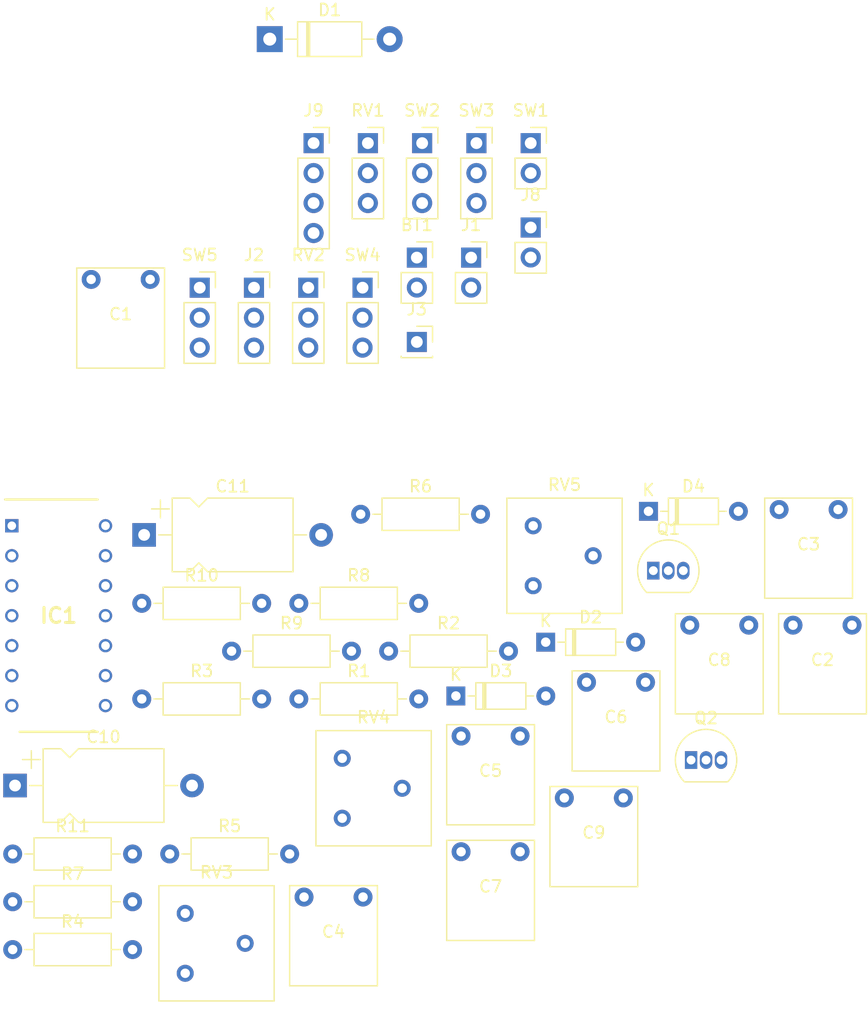
<source format=kicad_pcb>
(kicad_pcb (version 20171130) (host pcbnew "(5.1.7)-1")

  (general
    (thickness 1.6)
    (drawings 0)
    (tracks 0)
    (zones 0)
    (modules 45)
    (nets 33)
  )

  (page A4)
  (layers
    (0 F.Cu signal)
    (31 B.Cu signal)
    (32 B.Adhes user)
    (33 F.Adhes user)
    (34 B.Paste user)
    (35 F.Paste user)
    (36 B.SilkS user)
    (37 F.SilkS user)
    (38 B.Mask user)
    (39 F.Mask user)
    (40 Dwgs.User user)
    (41 Cmts.User user)
    (42 Eco1.User user)
    (43 Eco2.User user)
    (44 Edge.Cuts user)
    (45 Margin user)
    (46 B.CrtYd user)
    (47 F.CrtYd user)
    (48 B.Fab user)
    (49 F.Fab user)
  )

  (setup
    (last_trace_width 0.25)
    (trace_clearance 0.2)
    (zone_clearance 0.508)
    (zone_45_only no)
    (trace_min 0.2)
    (via_size 0.8)
    (via_drill 0.4)
    (via_min_size 0.4)
    (via_min_drill 0.3)
    (uvia_size 0.3)
    (uvia_drill 0.1)
    (uvias_allowed no)
    (uvia_min_size 0.2)
    (uvia_min_drill 0.1)
    (edge_width 0.05)
    (segment_width 0.2)
    (pcb_text_width 0.3)
    (pcb_text_size 1.5 1.5)
    (mod_edge_width 0.12)
    (mod_text_size 1 1)
    (mod_text_width 0.15)
    (pad_size 1.524 1.524)
    (pad_drill 0.762)
    (pad_to_mask_clearance 0)
    (aux_axis_origin 0 0)
    (visible_elements 7FFFFFFF)
    (pcbplotparams
      (layerselection 0x010fc_ffffffff)
      (usegerberextensions false)
      (usegerberattributes true)
      (usegerberadvancedattributes true)
      (creategerberjobfile true)
      (excludeedgelayer true)
      (linewidth 0.100000)
      (plotframeref false)
      (viasonmask false)
      (mode 1)
      (useauxorigin false)
      (hpglpennumber 1)
      (hpglpenspeed 20)
      (hpglpendiameter 15.000000)
      (psnegative false)
      (psa4output false)
      (plotreference true)
      (plotvalue true)
      (plotinvisibletext false)
      (padsonsilk false)
      (subtractmaskfromsilk false)
      (outputformat 1)
      (mirror false)
      (drillshape 1)
      (scaleselection 1)
      (outputdirectory ""))
  )

  (net 0 "")
  (net 1 9V)
  (net 2 GND)
  (net 3 "Net-(C1-Pad1)")
  (net 4 "Net-(J1-Pad1)")
  (net 5 FXGND)
  (net 6 Pickups)
  (net 7 FXOutA)
  (net 8 FXInA)
  (net 9 FXOutB)
  (net 10 FXInB)
  (net 11 Amp)
  (net 12 "Net-(SW2-Pad1)")
  (net 13 "Net-(SW3-Pad2)")
  (net 14 "Net-(SW4-Pad1)")
  (net 15 "Net-(BT1-Pad1)")
  (net 16 /pin5)
  (net 17 "Net-(C3-Pad1)")
  (net 18 "Net-(C3-Pad2)")
  (net 19 /pin6)
  (net 20 /pin3)
  (net 21 /pin4)
  (net 22 "Net-(C7-Pad2)")
  (net 23 "Net-(C7-Pad1)")
  (net 24 "Net-(C8-Pad1)")
  (net 25 /pin12)
  (net 26 "Net-(C9-Pad2)")
  (net 27 /pin10)
  (net 28 "Net-(C10-Pad2)")
  (net 29 /pin1)
  (net 30 /pin13)
  (net 31 /pin11)
  (net 32 /pin9)

  (net_class Default "This is the default net class."
    (clearance 0.2)
    (trace_width 0.25)
    (via_dia 0.8)
    (via_drill 0.4)
    (uvia_dia 0.3)
    (uvia_drill 0.1)
    (add_net /pin1)
    (add_net /pin10)
    (add_net /pin11)
    (add_net /pin12)
    (add_net /pin13)
    (add_net /pin3)
    (add_net /pin4)
    (add_net /pin5)
    (add_net /pin6)
    (add_net /pin9)
    (add_net 9V)
    (add_net Amp)
    (add_net FXGND)
    (add_net FXInA)
    (add_net FXInB)
    (add_net FXOutA)
    (add_net FXOutB)
    (add_net GND)
    (add_net "Net-(BT1-Pad1)")
    (add_net "Net-(C1-Pad1)")
    (add_net "Net-(C10-Pad2)")
    (add_net "Net-(C3-Pad1)")
    (add_net "Net-(C3-Pad2)")
    (add_net "Net-(C7-Pad1)")
    (add_net "Net-(C7-Pad2)")
    (add_net "Net-(C8-Pad1)")
    (add_net "Net-(C9-Pad2)")
    (add_net "Net-(J1-Pad1)")
    (add_net "Net-(SW2-Pad1)")
    (add_net "Net-(SW3-Pad2)")
    (add_net "Net-(SW4-Pad1)")
    (add_net Pickups)
  )

  (module Connector_PinSocket_2.54mm:PinSocket_1x02_P2.54mm_Vertical (layer F.Cu) (tedit 5A19A420) (tstamp 60642CC7)
    (at 143.910001 57.880001)
    (descr "Through hole straight socket strip, 1x02, 2.54mm pitch, single row (from Kicad 4.0.7), script generated")
    (tags "Through hole socket strip THT 1x02 2.54mm single row")
    (path /60619513)
    (fp_text reference BT1 (at 0 -2.77) (layer F.SilkS)
      (effects (font (size 1 1) (thickness 0.15)))
    )
    (fp_text value Battery (at 0 5.31) (layer F.Fab)
      (effects (font (size 1 1) (thickness 0.15)))
    )
    (fp_line (start -1.8 4.3) (end -1.8 -1.8) (layer F.CrtYd) (width 0.05))
    (fp_line (start 1.75 4.3) (end -1.8 4.3) (layer F.CrtYd) (width 0.05))
    (fp_line (start 1.75 -1.8) (end 1.75 4.3) (layer F.CrtYd) (width 0.05))
    (fp_line (start -1.8 -1.8) (end 1.75 -1.8) (layer F.CrtYd) (width 0.05))
    (fp_line (start 0 -1.33) (end 1.33 -1.33) (layer F.SilkS) (width 0.12))
    (fp_line (start 1.33 -1.33) (end 1.33 0) (layer F.SilkS) (width 0.12))
    (fp_line (start 1.33 1.27) (end 1.33 3.87) (layer F.SilkS) (width 0.12))
    (fp_line (start -1.33 3.87) (end 1.33 3.87) (layer F.SilkS) (width 0.12))
    (fp_line (start -1.33 1.27) (end -1.33 3.87) (layer F.SilkS) (width 0.12))
    (fp_line (start -1.33 1.27) (end 1.33 1.27) (layer F.SilkS) (width 0.12))
    (fp_line (start -1.27 3.81) (end -1.27 -1.27) (layer F.Fab) (width 0.1))
    (fp_line (start 1.27 3.81) (end -1.27 3.81) (layer F.Fab) (width 0.1))
    (fp_line (start 1.27 -0.635) (end 1.27 3.81) (layer F.Fab) (width 0.1))
    (fp_line (start 0.635 -1.27) (end 1.27 -0.635) (layer F.Fab) (width 0.1))
    (fp_line (start -1.27 -1.27) (end 0.635 -1.27) (layer F.Fab) (width 0.1))
    (fp_text user %R (at 0 1.27 90) (layer F.Fab)
      (effects (font (size 1 1) (thickness 0.15)))
    )
    (pad 1 thru_hole rect (at 0 0) (size 1.7 1.7) (drill 1) (layers *.Cu *.Mask)
      (net 15 "Net-(BT1-Pad1)"))
    (pad 2 thru_hole oval (at 0 2.54) (size 1.7 1.7) (drill 1) (layers *.Cu *.Mask)
      (net 2 GND))
    (model ${KISYS3DMOD}/Connector_PinSocket_2.54mm.3dshapes/PinSocket_1x02_P2.54mm_Vertical.wrl
      (at (xyz 0 0 0))
      (scale (xyz 1 1 1))
      (rotate (xyz 0 0 0))
    )
  )

  (module libraries:C_Flat_L7.2_H6.5 (layer F.Cu) (tedit 602331CB) (tstamp 60642CDA)
    (at 116.310001 60.130001)
    (descr "C, Rect series, Radial, pin pitch=5.00mm, , length*width=7.2*2.5mm^2, Capacitor, http://www.wima.com/EN/WIMA_FKS_2.pdf")
    (tags "C Rect series Radial pin pitch 5.00mm  length 7.2mm width 2.5mm Capacitor")
    (path /605EE756)
    (fp_text reference C1 (at 2.5 2.54) (layer F.SilkS)
      (effects (font (size 1 1) (thickness 0.15)))
    )
    (fp_text value 0.047 (at 2.5 8.128) (layer F.Fab)
      (effects (font (size 1 1) (thickness 0.15)))
    )
    (fp_line (start -1.1 -1.25) (end -1.1 7) (layer F.Fab) (width 0.1))
    (fp_line (start -1.1 7) (end 6.1 7) (layer F.Fab) (width 0.1))
    (fp_line (start 6.1 7) (end 6.1 -1.25) (layer F.Fab) (width 0.1))
    (fp_line (start 6.1 -1.25) (end -1.1 -1.25) (layer F.Fab) (width 0.1))
    (fp_line (start -1.22 -1.37) (end 6.22 -1.37) (layer F.SilkS) (width 0.12))
    (fp_line (start -1.22 7.12) (end 6.22 7.12) (layer F.SilkS) (width 0.12))
    (fp_line (start -1.22 -1.37) (end -1.22 7.12) (layer F.SilkS) (width 0.12))
    (fp_line (start 6.22 -1.37) (end 6.22 7.12) (layer F.SilkS) (width 0.12))
    (fp_line (start -1.35 -1.5) (end -1.35 7.25) (layer F.CrtYd) (width 0.05))
    (fp_line (start -1.35 7.25) (end 6.35 7.25) (layer F.CrtYd) (width 0.05))
    (fp_line (start 6.35 7.25) (end 6.35 -1.5) (layer F.CrtYd) (width 0.05))
    (fp_line (start 6.35 -1.5) (end -1.35 -1.5) (layer F.CrtYd) (width 0.05))
    (fp_text user %R (at 2.5 3.81) (layer F.Fab)
      (effects (font (size 1 1) (thickness 0.15)))
    )
    (pad 1 thru_hole circle (at 0 -0.4) (size 1.6 1.6) (drill 0.8) (layers *.Cu *.Mask)
      (net 3 "Net-(C1-Pad1)"))
    (pad 2 thru_hole circle (at 5 -0.4) (size 1.6 1.6) (drill 0.8) (layers *.Cu *.Mask)
      (net 2 GND))
    (model ${KISYS3DMOD}/Capacitor_THT.3dshapes/C_Rect_L7.2mm_W2.5mm_P5.00mm_FKS2_FKP2_MKS2_MKP2.wrl
      (at (xyz 0 0 0))
      (scale (xyz 1 1 1))
      (rotate (xyz 0 0 0))
    )
  )

  (module Connector_PinSocket_2.54mm:PinSocket_1x02_P2.54mm_Vertical (layer F.Cu) (tedit 5A19A420) (tstamp 60642CF0)
    (at 148.510001 57.880001)
    (descr "Through hole straight socket strip, 1x02, 2.54mm pitch, single row (from Kicad 4.0.7), script generated")
    (tags "Through hole socket strip THT 1x02 2.54mm single row")
    (path /605E8D18)
    (fp_text reference J1 (at 0 -2.77) (layer F.SilkS)
      (effects (font (size 1 1) (thickness 0.15)))
    )
    (fp_text value Pickups (at 0 5.31) (layer F.Fab)
      (effects (font (size 1 1) (thickness 0.15)))
    )
    (fp_line (start -1.8 4.3) (end -1.8 -1.8) (layer F.CrtYd) (width 0.05))
    (fp_line (start 1.75 4.3) (end -1.8 4.3) (layer F.CrtYd) (width 0.05))
    (fp_line (start 1.75 -1.8) (end 1.75 4.3) (layer F.CrtYd) (width 0.05))
    (fp_line (start -1.8 -1.8) (end 1.75 -1.8) (layer F.CrtYd) (width 0.05))
    (fp_line (start 0 -1.33) (end 1.33 -1.33) (layer F.SilkS) (width 0.12))
    (fp_line (start 1.33 -1.33) (end 1.33 0) (layer F.SilkS) (width 0.12))
    (fp_line (start 1.33 1.27) (end 1.33 3.87) (layer F.SilkS) (width 0.12))
    (fp_line (start -1.33 3.87) (end 1.33 3.87) (layer F.SilkS) (width 0.12))
    (fp_line (start -1.33 1.27) (end -1.33 3.87) (layer F.SilkS) (width 0.12))
    (fp_line (start -1.33 1.27) (end 1.33 1.27) (layer F.SilkS) (width 0.12))
    (fp_line (start -1.27 3.81) (end -1.27 -1.27) (layer F.Fab) (width 0.1))
    (fp_line (start 1.27 3.81) (end -1.27 3.81) (layer F.Fab) (width 0.1))
    (fp_line (start 1.27 -0.635) (end 1.27 3.81) (layer F.Fab) (width 0.1))
    (fp_line (start 0.635 -1.27) (end 1.27 -0.635) (layer F.Fab) (width 0.1))
    (fp_line (start -1.27 -1.27) (end 0.635 -1.27) (layer F.Fab) (width 0.1))
    (fp_text user %R (at 0 1.27 90) (layer F.Fab)
      (effects (font (size 1 1) (thickness 0.15)))
    )
    (pad 1 thru_hole rect (at 0 0) (size 1.7 1.7) (drill 1) (layers *.Cu *.Mask)
      (net 4 "Net-(J1-Pad1)"))
    (pad 2 thru_hole oval (at 0 2.54) (size 1.7 1.7) (drill 1) (layers *.Cu *.Mask)
      (net 2 GND))
    (model ${KISYS3DMOD}/Connector_PinSocket_2.54mm.3dshapes/PinSocket_1x02_P2.54mm_Vertical.wrl
      (at (xyz 0 0 0))
      (scale (xyz 1 1 1))
      (rotate (xyz 0 0 0))
    )
  )

  (module Connector_PinSocket_2.54mm:PinSocket_1x03_P2.54mm_Vertical (layer F.Cu) (tedit 5A19A429) (tstamp 60642D07)
    (at 130.110001 60.430001)
    (descr "Through hole straight socket strip, 1x03, 2.54mm pitch, single row (from Kicad 4.0.7), script generated")
    (tags "Through hole socket strip THT 1x03 2.54mm single row")
    (path /605E846F)
    (fp_text reference J2 (at 0 -2.77) (layer F.SilkS)
      (effects (font (size 1 1) (thickness 0.15)))
    )
    (fp_text value "Input Jack" (at 0 7.85) (layer F.Fab)
      (effects (font (size 1 1) (thickness 0.15)))
    )
    (fp_line (start -1.8 6.85) (end -1.8 -1.8) (layer F.CrtYd) (width 0.05))
    (fp_line (start 1.75 6.85) (end -1.8 6.85) (layer F.CrtYd) (width 0.05))
    (fp_line (start 1.75 -1.8) (end 1.75 6.85) (layer F.CrtYd) (width 0.05))
    (fp_line (start -1.8 -1.8) (end 1.75 -1.8) (layer F.CrtYd) (width 0.05))
    (fp_line (start 0 -1.33) (end 1.33 -1.33) (layer F.SilkS) (width 0.12))
    (fp_line (start 1.33 -1.33) (end 1.33 0) (layer F.SilkS) (width 0.12))
    (fp_line (start 1.33 1.27) (end 1.33 6.41) (layer F.SilkS) (width 0.12))
    (fp_line (start -1.33 6.41) (end 1.33 6.41) (layer F.SilkS) (width 0.12))
    (fp_line (start -1.33 1.27) (end -1.33 6.41) (layer F.SilkS) (width 0.12))
    (fp_line (start -1.33 1.27) (end 1.33 1.27) (layer F.SilkS) (width 0.12))
    (fp_line (start -1.27 6.35) (end -1.27 -1.27) (layer F.Fab) (width 0.1))
    (fp_line (start 1.27 6.35) (end -1.27 6.35) (layer F.Fab) (width 0.1))
    (fp_line (start 1.27 -0.635) (end 1.27 6.35) (layer F.Fab) (width 0.1))
    (fp_line (start 0.635 -1.27) (end 1.27 -0.635) (layer F.Fab) (width 0.1))
    (fp_line (start -1.27 -1.27) (end 0.635 -1.27) (layer F.Fab) (width 0.1))
    (fp_text user %R (at 0 2.54 90) (layer F.Fab)
      (effects (font (size 1 1) (thickness 0.15)))
    )
    (pad 1 thru_hole rect (at 0 0) (size 1.7 1.7) (drill 1) (layers *.Cu *.Mask)
      (net 2 GND))
    (pad 2 thru_hole oval (at 0 2.54) (size 1.7 1.7) (drill 1) (layers *.Cu *.Mask)
      (net 5 FXGND))
    (pad 3 thru_hole oval (at 0 5.08) (size 1.7 1.7) (drill 1) (layers *.Cu *.Mask)
      (net 6 Pickups))
    (model ${KISYS3DMOD}/Connector_PinSocket_2.54mm.3dshapes/PinSocket_1x03_P2.54mm_Vertical.wrl
      (at (xyz 0 0 0))
      (scale (xyz 1 1 1))
      (rotate (xyz 0 0 0))
    )
  )

  (module Connector_PinSocket_2.54mm:PinSocket_1x01_P2.54mm_Vertical (layer F.Cu) (tedit 5A19A434) (tstamp 60642D1B)
    (at 143.910001 65.030001)
    (descr "Through hole straight socket strip, 1x01, 2.54mm pitch, single row (from Kicad 4.0.7), script generated")
    (tags "Through hole socket strip THT 1x01 2.54mm single row")
    (path /605EFE38)
    (fp_text reference J3 (at 0 -2.77) (layer F.SilkS)
      (effects (font (size 1 1) (thickness 0.15)))
    )
    (fp_text value "Bridge Ground" (at 0 2.77) (layer F.Fab)
      (effects (font (size 1 1) (thickness 0.15)))
    )
    (fp_line (start -1.8 1.75) (end -1.8 -1.8) (layer F.CrtYd) (width 0.05))
    (fp_line (start 1.75 1.75) (end -1.8 1.75) (layer F.CrtYd) (width 0.05))
    (fp_line (start 1.75 -1.8) (end 1.75 1.75) (layer F.CrtYd) (width 0.05))
    (fp_line (start -1.8 -1.8) (end 1.75 -1.8) (layer F.CrtYd) (width 0.05))
    (fp_line (start 0 -1.33) (end 1.33 -1.33) (layer F.SilkS) (width 0.12))
    (fp_line (start 1.33 -1.33) (end 1.33 0) (layer F.SilkS) (width 0.12))
    (fp_line (start 1.33 1.21) (end 1.33 1.33) (layer F.SilkS) (width 0.12))
    (fp_line (start -1.33 1.21) (end -1.33 1.33) (layer F.SilkS) (width 0.12))
    (fp_line (start -1.33 1.33) (end 1.33 1.33) (layer F.SilkS) (width 0.12))
    (fp_line (start -1.27 1.27) (end -1.27 -1.27) (layer F.Fab) (width 0.1))
    (fp_line (start 1.27 1.27) (end -1.27 1.27) (layer F.Fab) (width 0.1))
    (fp_line (start 1.27 -0.635) (end 1.27 1.27) (layer F.Fab) (width 0.1))
    (fp_line (start 0.635 -1.27) (end 1.27 -0.635) (layer F.Fab) (width 0.1))
    (fp_line (start -1.27 -1.27) (end 0.635 -1.27) (layer F.Fab) (width 0.1))
    (fp_text user %R (at 0 0) (layer F.Fab)
      (effects (font (size 1 1) (thickness 0.15)))
    )
    (pad 1 thru_hole rect (at 0 0) (size 1.7 1.7) (drill 1) (layers *.Cu *.Mask)
      (net 2 GND))
    (model ${KISYS3DMOD}/Connector_PinSocket_2.54mm.3dshapes/PinSocket_1x01_P2.54mm_Vertical.wrl
      (at (xyz 0 0 0))
      (scale (xyz 1 1 1))
      (rotate (xyz 0 0 0))
    )
  )

  (module Connector_PinSocket_2.54mm:PinSocket_1x02_P2.54mm_Vertical (layer F.Cu) (tedit 5A19A420) (tstamp 60642D91)
    (at 153.560001 55.330001)
    (descr "Through hole straight socket strip, 1x02, 2.54mm pitch, single row (from Kicad 4.0.7), script generated")
    (tags "Through hole socket strip THT 1x02 2.54mm single row")
    (path /6061B817)
    (fp_text reference J8 (at 0 -2.77) (layer F.SilkS)
      (effects (font (size 1 1) (thickness 0.15)))
    )
    (fp_text value "Output Jack" (at 0 5.31) (layer F.Fab)
      (effects (font (size 1 1) (thickness 0.15)))
    )
    (fp_line (start -1.27 -1.27) (end 0.635 -1.27) (layer F.Fab) (width 0.1))
    (fp_line (start 0.635 -1.27) (end 1.27 -0.635) (layer F.Fab) (width 0.1))
    (fp_line (start 1.27 -0.635) (end 1.27 3.81) (layer F.Fab) (width 0.1))
    (fp_line (start 1.27 3.81) (end -1.27 3.81) (layer F.Fab) (width 0.1))
    (fp_line (start -1.27 3.81) (end -1.27 -1.27) (layer F.Fab) (width 0.1))
    (fp_line (start -1.33 1.27) (end 1.33 1.27) (layer F.SilkS) (width 0.12))
    (fp_line (start -1.33 1.27) (end -1.33 3.87) (layer F.SilkS) (width 0.12))
    (fp_line (start -1.33 3.87) (end 1.33 3.87) (layer F.SilkS) (width 0.12))
    (fp_line (start 1.33 1.27) (end 1.33 3.87) (layer F.SilkS) (width 0.12))
    (fp_line (start 1.33 -1.33) (end 1.33 0) (layer F.SilkS) (width 0.12))
    (fp_line (start 0 -1.33) (end 1.33 -1.33) (layer F.SilkS) (width 0.12))
    (fp_line (start -1.8 -1.8) (end 1.75 -1.8) (layer F.CrtYd) (width 0.05))
    (fp_line (start 1.75 -1.8) (end 1.75 4.3) (layer F.CrtYd) (width 0.05))
    (fp_line (start 1.75 4.3) (end -1.8 4.3) (layer F.CrtYd) (width 0.05))
    (fp_line (start -1.8 4.3) (end -1.8 -1.8) (layer F.CrtYd) (width 0.05))
    (fp_text user %R (at 0 1.27 90) (layer F.Fab)
      (effects (font (size 1 1) (thickness 0.15)))
    )
    (pad 2 thru_hole oval (at 0 2.54) (size 1.7 1.7) (drill 1) (layers *.Cu *.Mask)
      (net 2 GND))
    (pad 1 thru_hole rect (at 0 0) (size 1.7 1.7) (drill 1) (layers *.Cu *.Mask)
      (net 11 Amp))
    (model ${KISYS3DMOD}/Connector_PinSocket_2.54mm.3dshapes/PinSocket_1x02_P2.54mm_Vertical.wrl
      (at (xyz 0 0 0))
      (scale (xyz 1 1 1))
      (rotate (xyz 0 0 0))
    )
  )

  (module Connector_PinSocket_2.54mm:PinSocket_1x04_P2.54mm_Vertical (layer F.Cu) (tedit 5A19A429) (tstamp 60642DA9)
    (at 135.160001 48.180001)
    (descr "Through hole straight socket strip, 1x04, 2.54mm pitch, single row (from Kicad 4.0.7), script generated")
    (tags "Through hole socket strip THT 1x04 2.54mm single row")
    (path /60685D34)
    (fp_text reference J9 (at 0 -2.77) (layer F.SilkS)
      (effects (font (size 1 1) (thickness 0.15)))
    )
    (fp_text value Amp (at 0 10.39) (layer F.Fab)
      (effects (font (size 1 1) (thickness 0.15)))
    )
    (fp_line (start -1.8 9.4) (end -1.8 -1.8) (layer F.CrtYd) (width 0.05))
    (fp_line (start 1.75 9.4) (end -1.8 9.4) (layer F.CrtYd) (width 0.05))
    (fp_line (start 1.75 -1.8) (end 1.75 9.4) (layer F.CrtYd) (width 0.05))
    (fp_line (start -1.8 -1.8) (end 1.75 -1.8) (layer F.CrtYd) (width 0.05))
    (fp_line (start 0 -1.33) (end 1.33 -1.33) (layer F.SilkS) (width 0.12))
    (fp_line (start 1.33 -1.33) (end 1.33 0) (layer F.SilkS) (width 0.12))
    (fp_line (start 1.33 1.27) (end 1.33 8.95) (layer F.SilkS) (width 0.12))
    (fp_line (start -1.33 8.95) (end 1.33 8.95) (layer F.SilkS) (width 0.12))
    (fp_line (start -1.33 1.27) (end -1.33 8.95) (layer F.SilkS) (width 0.12))
    (fp_line (start -1.33 1.27) (end 1.33 1.27) (layer F.SilkS) (width 0.12))
    (fp_line (start -1.27 8.89) (end -1.27 -1.27) (layer F.Fab) (width 0.1))
    (fp_line (start 1.27 8.89) (end -1.27 8.89) (layer F.Fab) (width 0.1))
    (fp_line (start 1.27 -0.635) (end 1.27 8.89) (layer F.Fab) (width 0.1))
    (fp_line (start 0.635 -1.27) (end 1.27 -0.635) (layer F.Fab) (width 0.1))
    (fp_line (start -1.27 -1.27) (end 0.635 -1.27) (layer F.Fab) (width 0.1))
    (fp_text user %R (at 0 3.81 90) (layer F.Fab)
      (effects (font (size 1 1) (thickness 0.15)))
    )
    (pad 1 thru_hole rect (at 0 0) (size 1.7 1.7) (drill 1) (layers *.Cu *.Mask)
      (net 2 GND))
    (pad 2 thru_hole oval (at 0 2.54) (size 1.7 1.7) (drill 1) (layers *.Cu *.Mask)
      (net 2 GND))
    (pad 3 thru_hole oval (at 0 5.08) (size 1.7 1.7) (drill 1) (layers *.Cu *.Mask)
      (net 11 Amp))
    (pad 4 thru_hole oval (at 0 7.62) (size 1.7 1.7) (drill 1) (layers *.Cu *.Mask)
      (net 1 9V))
    (model ${KISYS3DMOD}/Connector_PinSocket_2.54mm.3dshapes/PinSocket_1x04_P2.54mm_Vertical.wrl
      (at (xyz 0 0 0))
      (scale (xyz 1 1 1))
      (rotate (xyz 0 0 0))
    )
  )

  (module Connector_PinSocket_2.54mm:PinSocket_1x03_P2.54mm_Vertical (layer F.Cu) (tedit 5A19A429) (tstamp 60642DC0)
    (at 139.760001 48.180001)
    (descr "Through hole straight socket strip, 1x03, 2.54mm pitch, single row (from Kicad 4.0.7), script generated")
    (tags "Through hole socket strip THT 1x03 2.54mm single row")
    (path /605ECF3C)
    (fp_text reference RV1 (at 0 -2.77) (layer F.SilkS)
      (effects (font (size 1 1) (thickness 0.15)))
    )
    (fp_text value "V 500K" (at 0 7.85) (layer F.Fab)
      (effects (font (size 1 1) (thickness 0.15)))
    )
    (fp_line (start -1.8 6.85) (end -1.8 -1.8) (layer F.CrtYd) (width 0.05))
    (fp_line (start 1.75 6.85) (end -1.8 6.85) (layer F.CrtYd) (width 0.05))
    (fp_line (start 1.75 -1.8) (end 1.75 6.85) (layer F.CrtYd) (width 0.05))
    (fp_line (start -1.8 -1.8) (end 1.75 -1.8) (layer F.CrtYd) (width 0.05))
    (fp_line (start 0 -1.33) (end 1.33 -1.33) (layer F.SilkS) (width 0.12))
    (fp_line (start 1.33 -1.33) (end 1.33 0) (layer F.SilkS) (width 0.12))
    (fp_line (start 1.33 1.27) (end 1.33 6.41) (layer F.SilkS) (width 0.12))
    (fp_line (start -1.33 6.41) (end 1.33 6.41) (layer F.SilkS) (width 0.12))
    (fp_line (start -1.33 1.27) (end -1.33 6.41) (layer F.SilkS) (width 0.12))
    (fp_line (start -1.33 1.27) (end 1.33 1.27) (layer F.SilkS) (width 0.12))
    (fp_line (start -1.27 6.35) (end -1.27 -1.27) (layer F.Fab) (width 0.1))
    (fp_line (start 1.27 6.35) (end -1.27 6.35) (layer F.Fab) (width 0.1))
    (fp_line (start 1.27 -0.635) (end 1.27 6.35) (layer F.Fab) (width 0.1))
    (fp_line (start 0.635 -1.27) (end 1.27 -0.635) (layer F.Fab) (width 0.1))
    (fp_line (start -1.27 -1.27) (end 0.635 -1.27) (layer F.Fab) (width 0.1))
    (fp_text user %R (at 0 2.54 90) (layer F.Fab)
      (effects (font (size 1 1) (thickness 0.15)))
    )
    (pad 1 thru_hole rect (at 0 0) (size 1.7 1.7) (drill 1) (layers *.Cu *.Mask)
      (net 2 GND))
    (pad 2 thru_hole oval (at 0 2.54) (size 1.7 1.7) (drill 1) (layers *.Cu *.Mask)
      (net 6 Pickups))
    (pad 3 thru_hole oval (at 0 5.08) (size 1.7 1.7) (drill 1) (layers *.Cu *.Mask)
      (net 4 "Net-(J1-Pad1)"))
    (model ${KISYS3DMOD}/Connector_PinSocket_2.54mm.3dshapes/PinSocket_1x03_P2.54mm_Vertical.wrl
      (at (xyz 0 0 0))
      (scale (xyz 1 1 1))
      (rotate (xyz 0 0 0))
    )
  )

  (module Connector_PinSocket_2.54mm:PinSocket_1x03_P2.54mm_Vertical (layer F.Cu) (tedit 5A19A429) (tstamp 60642DD7)
    (at 134.710001 60.430001)
    (descr "Through hole straight socket strip, 1x03, 2.54mm pitch, single row (from Kicad 4.0.7), script generated")
    (tags "Through hole socket strip THT 1x03 2.54mm single row")
    (path /605EEDCF)
    (fp_text reference RV2 (at 0 -2.77) (layer F.SilkS)
      (effects (font (size 1 1) (thickness 0.15)))
    )
    (fp_text value "T 500K" (at 0 7.85) (layer F.Fab)
      (effects (font (size 1 1) (thickness 0.15)))
    )
    (fp_line (start -1.27 -1.27) (end 0.635 -1.27) (layer F.Fab) (width 0.1))
    (fp_line (start 0.635 -1.27) (end 1.27 -0.635) (layer F.Fab) (width 0.1))
    (fp_line (start 1.27 -0.635) (end 1.27 6.35) (layer F.Fab) (width 0.1))
    (fp_line (start 1.27 6.35) (end -1.27 6.35) (layer F.Fab) (width 0.1))
    (fp_line (start -1.27 6.35) (end -1.27 -1.27) (layer F.Fab) (width 0.1))
    (fp_line (start -1.33 1.27) (end 1.33 1.27) (layer F.SilkS) (width 0.12))
    (fp_line (start -1.33 1.27) (end -1.33 6.41) (layer F.SilkS) (width 0.12))
    (fp_line (start -1.33 6.41) (end 1.33 6.41) (layer F.SilkS) (width 0.12))
    (fp_line (start 1.33 1.27) (end 1.33 6.41) (layer F.SilkS) (width 0.12))
    (fp_line (start 1.33 -1.33) (end 1.33 0) (layer F.SilkS) (width 0.12))
    (fp_line (start 0 -1.33) (end 1.33 -1.33) (layer F.SilkS) (width 0.12))
    (fp_line (start -1.8 -1.8) (end 1.75 -1.8) (layer F.CrtYd) (width 0.05))
    (fp_line (start 1.75 -1.8) (end 1.75 6.85) (layer F.CrtYd) (width 0.05))
    (fp_line (start 1.75 6.85) (end -1.8 6.85) (layer F.CrtYd) (width 0.05))
    (fp_line (start -1.8 6.85) (end -1.8 -1.8) (layer F.CrtYd) (width 0.05))
    (fp_text user %R (at 0 2.54 90) (layer F.Fab)
      (effects (font (size 1 1) (thickness 0.15)))
    )
    (pad 3 thru_hole oval (at 0 5.08) (size 1.7 1.7) (drill 1) (layers *.Cu *.Mask))
    (pad 2 thru_hole oval (at 0 2.54) (size 1.7 1.7) (drill 1) (layers *.Cu *.Mask)
      (net 3 "Net-(C1-Pad1)"))
    (pad 1 thru_hole rect (at 0 0) (size 1.7 1.7) (drill 1) (layers *.Cu *.Mask)
      (net 4 "Net-(J1-Pad1)"))
    (model ${KISYS3DMOD}/Connector_PinSocket_2.54mm.3dshapes/PinSocket_1x03_P2.54mm_Vertical.wrl
      (at (xyz 0 0 0))
      (scale (xyz 1 1 1))
      (rotate (xyz 0 0 0))
    )
  )

  (module Connector_PinSocket_2.54mm:PinSocket_1x02_P2.54mm_Vertical (layer F.Cu) (tedit 5A19A420) (tstamp 60642DED)
    (at 153.560001 48.180001)
    (descr "Through hole straight socket strip, 1x02, 2.54mm pitch, single row (from Kicad 4.0.7), script generated")
    (tags "Through hole socket strip THT 1x02 2.54mm single row")
    (path /605EB036)
    (fp_text reference SW1 (at 0 -2.77) (layer F.SilkS)
      (effects (font (size 1 1) (thickness 0.15)))
    )
    (fp_text value "Amp Knob Switch" (at 0 5.31) (layer F.Fab)
      (effects (font (size 1 1) (thickness 0.15)))
    )
    (fp_line (start -1.27 -1.27) (end 0.635 -1.27) (layer F.Fab) (width 0.1))
    (fp_line (start 0.635 -1.27) (end 1.27 -0.635) (layer F.Fab) (width 0.1))
    (fp_line (start 1.27 -0.635) (end 1.27 3.81) (layer F.Fab) (width 0.1))
    (fp_line (start 1.27 3.81) (end -1.27 3.81) (layer F.Fab) (width 0.1))
    (fp_line (start -1.27 3.81) (end -1.27 -1.27) (layer F.Fab) (width 0.1))
    (fp_line (start -1.33 1.27) (end 1.33 1.27) (layer F.SilkS) (width 0.12))
    (fp_line (start -1.33 1.27) (end -1.33 3.87) (layer F.SilkS) (width 0.12))
    (fp_line (start -1.33 3.87) (end 1.33 3.87) (layer F.SilkS) (width 0.12))
    (fp_line (start 1.33 1.27) (end 1.33 3.87) (layer F.SilkS) (width 0.12))
    (fp_line (start 1.33 -1.33) (end 1.33 0) (layer F.SilkS) (width 0.12))
    (fp_line (start 0 -1.33) (end 1.33 -1.33) (layer F.SilkS) (width 0.12))
    (fp_line (start -1.8 -1.8) (end 1.75 -1.8) (layer F.CrtYd) (width 0.05))
    (fp_line (start 1.75 -1.8) (end 1.75 4.3) (layer F.CrtYd) (width 0.05))
    (fp_line (start 1.75 4.3) (end -1.8 4.3) (layer F.CrtYd) (width 0.05))
    (fp_line (start -1.8 4.3) (end -1.8 -1.8) (layer F.CrtYd) (width 0.05))
    (fp_text user %R (at 0 1.27 90) (layer F.Fab)
      (effects (font (size 1 1) (thickness 0.15)))
    )
    (pad 2 thru_hole oval (at 0 2.54) (size 1.7 1.7) (drill 1) (layers *.Cu *.Mask)
      (net 2 GND))
    (pad 1 thru_hole rect (at 0 0) (size 1.7 1.7) (drill 1) (layers *.Cu *.Mask)
      (net 5 FXGND))
    (model ${KISYS3DMOD}/Connector_PinSocket_2.54mm.3dshapes/PinSocket_1x02_P2.54mm_Vertical.wrl
      (at (xyz 0 0 0))
      (scale (xyz 1 1 1))
      (rotate (xyz 0 0 0))
    )
  )

  (module Connector_PinSocket_2.54mm:PinSocket_1x03_P2.54mm_Vertical (layer F.Cu) (tedit 5A19A429) (tstamp 60642E04)
    (at 144.360001 48.180001)
    (descr "Through hole straight socket strip, 1x03, 2.54mm pitch, single row (from Kicad 4.0.7), script generated")
    (tags "Through hole socket strip THT 1x03 2.54mm single row")
    (path /6061C92F)
    (fp_text reference SW2 (at 0 -2.77) (layer F.SilkS)
      (effects (font (size 1 1) (thickness 0.15)))
    )
    (fp_text value "Volume DPDT A" (at 0 7.85) (layer F.Fab)
      (effects (font (size 1 1) (thickness 0.15)))
    )
    (fp_line (start -1.8 6.85) (end -1.8 -1.8) (layer F.CrtYd) (width 0.05))
    (fp_line (start 1.75 6.85) (end -1.8 6.85) (layer F.CrtYd) (width 0.05))
    (fp_line (start 1.75 -1.8) (end 1.75 6.85) (layer F.CrtYd) (width 0.05))
    (fp_line (start -1.8 -1.8) (end 1.75 -1.8) (layer F.CrtYd) (width 0.05))
    (fp_line (start 0 -1.33) (end 1.33 -1.33) (layer F.SilkS) (width 0.12))
    (fp_line (start 1.33 -1.33) (end 1.33 0) (layer F.SilkS) (width 0.12))
    (fp_line (start 1.33 1.27) (end 1.33 6.41) (layer F.SilkS) (width 0.12))
    (fp_line (start -1.33 6.41) (end 1.33 6.41) (layer F.SilkS) (width 0.12))
    (fp_line (start -1.33 1.27) (end -1.33 6.41) (layer F.SilkS) (width 0.12))
    (fp_line (start -1.33 1.27) (end 1.33 1.27) (layer F.SilkS) (width 0.12))
    (fp_line (start -1.27 6.35) (end -1.27 -1.27) (layer F.Fab) (width 0.1))
    (fp_line (start 1.27 6.35) (end -1.27 6.35) (layer F.Fab) (width 0.1))
    (fp_line (start 1.27 -0.635) (end 1.27 6.35) (layer F.Fab) (width 0.1))
    (fp_line (start 0.635 -1.27) (end 1.27 -0.635) (layer F.Fab) (width 0.1))
    (fp_line (start -1.27 -1.27) (end 0.635 -1.27) (layer F.Fab) (width 0.1))
    (fp_text user %R (at 0 2.54 90) (layer F.Fab)
      (effects (font (size 1 1) (thickness 0.15)))
    )
    (pad 1 thru_hole rect (at 0 0) (size 1.7 1.7) (drill 1) (layers *.Cu *.Mask)
      (net 12 "Net-(SW2-Pad1)"))
    (pad 2 thru_hole oval (at 0 2.54) (size 1.7 1.7) (drill 1) (layers *.Cu *.Mask)
      (net 6 Pickups))
    (pad 3 thru_hole oval (at 0 5.08) (size 1.7 1.7) (drill 1) (layers *.Cu *.Mask)
      (net 8 FXInA))
    (model ${KISYS3DMOD}/Connector_PinSocket_2.54mm.3dshapes/PinSocket_1x03_P2.54mm_Vertical.wrl
      (at (xyz 0 0 0))
      (scale (xyz 1 1 1))
      (rotate (xyz 0 0 0))
    )
  )

  (module Connector_PinSocket_2.54mm:PinSocket_1x03_P2.54mm_Vertical (layer F.Cu) (tedit 5A19A429) (tstamp 60642E1B)
    (at 148.960001 48.180001)
    (descr "Through hole straight socket strip, 1x03, 2.54mm pitch, single row (from Kicad 4.0.7), script generated")
    (tags "Through hole socket strip THT 1x03 2.54mm single row")
    (path /6061D201)
    (fp_text reference SW3 (at 0 -2.77) (layer F.SilkS)
      (effects (font (size 1 1) (thickness 0.15)))
    )
    (fp_text value "Volume DPDT B" (at 0 7.85) (layer F.Fab)
      (effects (font (size 1 1) (thickness 0.15)))
    )
    (fp_line (start -1.27 -1.27) (end 0.635 -1.27) (layer F.Fab) (width 0.1))
    (fp_line (start 0.635 -1.27) (end 1.27 -0.635) (layer F.Fab) (width 0.1))
    (fp_line (start 1.27 -0.635) (end 1.27 6.35) (layer F.Fab) (width 0.1))
    (fp_line (start 1.27 6.35) (end -1.27 6.35) (layer F.Fab) (width 0.1))
    (fp_line (start -1.27 6.35) (end -1.27 -1.27) (layer F.Fab) (width 0.1))
    (fp_line (start -1.33 1.27) (end 1.33 1.27) (layer F.SilkS) (width 0.12))
    (fp_line (start -1.33 1.27) (end -1.33 6.41) (layer F.SilkS) (width 0.12))
    (fp_line (start -1.33 6.41) (end 1.33 6.41) (layer F.SilkS) (width 0.12))
    (fp_line (start 1.33 1.27) (end 1.33 6.41) (layer F.SilkS) (width 0.12))
    (fp_line (start 1.33 -1.33) (end 1.33 0) (layer F.SilkS) (width 0.12))
    (fp_line (start 0 -1.33) (end 1.33 -1.33) (layer F.SilkS) (width 0.12))
    (fp_line (start -1.8 -1.8) (end 1.75 -1.8) (layer F.CrtYd) (width 0.05))
    (fp_line (start 1.75 -1.8) (end 1.75 6.85) (layer F.CrtYd) (width 0.05))
    (fp_line (start 1.75 6.85) (end -1.8 6.85) (layer F.CrtYd) (width 0.05))
    (fp_line (start -1.8 6.85) (end -1.8 -1.8) (layer F.CrtYd) (width 0.05))
    (fp_text user %R (at 0 2.54 90) (layer F.Fab)
      (effects (font (size 1 1) (thickness 0.15)))
    )
    (pad 3 thru_hole oval (at 0 5.08) (size 1.7 1.7) (drill 1) (layers *.Cu *.Mask)
      (net 7 FXOutA))
    (pad 2 thru_hole oval (at 0 2.54) (size 1.7 1.7) (drill 1) (layers *.Cu *.Mask)
      (net 13 "Net-(SW3-Pad2)"))
    (pad 1 thru_hole rect (at 0 0) (size 1.7 1.7) (drill 1) (layers *.Cu *.Mask)
      (net 12 "Net-(SW2-Pad1)"))
    (model ${KISYS3DMOD}/Connector_PinSocket_2.54mm.3dshapes/PinSocket_1x03_P2.54mm_Vertical.wrl
      (at (xyz 0 0 0))
      (scale (xyz 1 1 1))
      (rotate (xyz 0 0 0))
    )
  )

  (module Connector_PinSocket_2.54mm:PinSocket_1x03_P2.54mm_Vertical (layer F.Cu) (tedit 5A19A429) (tstamp 60642E32)
    (at 139.310001 60.430001)
    (descr "Through hole straight socket strip, 1x03, 2.54mm pitch, single row (from Kicad 4.0.7), script generated")
    (tags "Through hole socket strip THT 1x03 2.54mm single row")
    (path /6068E75D)
    (fp_text reference SW4 (at 0 -2.77) (layer F.SilkS)
      (effects (font (size 1 1) (thickness 0.15)))
    )
    (fp_text value "Tone DPDT A" (at 0 7.85) (layer F.Fab)
      (effects (font (size 1 1) (thickness 0.15)))
    )
    (fp_line (start -1.8 6.85) (end -1.8 -1.8) (layer F.CrtYd) (width 0.05))
    (fp_line (start 1.75 6.85) (end -1.8 6.85) (layer F.CrtYd) (width 0.05))
    (fp_line (start 1.75 -1.8) (end 1.75 6.85) (layer F.CrtYd) (width 0.05))
    (fp_line (start -1.8 -1.8) (end 1.75 -1.8) (layer F.CrtYd) (width 0.05))
    (fp_line (start 0 -1.33) (end 1.33 -1.33) (layer F.SilkS) (width 0.12))
    (fp_line (start 1.33 -1.33) (end 1.33 0) (layer F.SilkS) (width 0.12))
    (fp_line (start 1.33 1.27) (end 1.33 6.41) (layer F.SilkS) (width 0.12))
    (fp_line (start -1.33 6.41) (end 1.33 6.41) (layer F.SilkS) (width 0.12))
    (fp_line (start -1.33 1.27) (end -1.33 6.41) (layer F.SilkS) (width 0.12))
    (fp_line (start -1.33 1.27) (end 1.33 1.27) (layer F.SilkS) (width 0.12))
    (fp_line (start -1.27 6.35) (end -1.27 -1.27) (layer F.Fab) (width 0.1))
    (fp_line (start 1.27 6.35) (end -1.27 6.35) (layer F.Fab) (width 0.1))
    (fp_line (start 1.27 -0.635) (end 1.27 6.35) (layer F.Fab) (width 0.1))
    (fp_line (start 0.635 -1.27) (end 1.27 -0.635) (layer F.Fab) (width 0.1))
    (fp_line (start -1.27 -1.27) (end 0.635 -1.27) (layer F.Fab) (width 0.1))
    (fp_text user %R (at 0 2.54 90) (layer F.Fab)
      (effects (font (size 1 1) (thickness 0.15)))
    )
    (pad 1 thru_hole rect (at 0 0) (size 1.7 1.7) (drill 1) (layers *.Cu *.Mask)
      (net 14 "Net-(SW4-Pad1)"))
    (pad 2 thru_hole oval (at 0 2.54) (size 1.7 1.7) (drill 1) (layers *.Cu *.Mask)
      (net 13 "Net-(SW3-Pad2)"))
    (pad 3 thru_hole oval (at 0 5.08) (size 1.7 1.7) (drill 1) (layers *.Cu *.Mask)
      (net 10 FXInB))
    (model ${KISYS3DMOD}/Connector_PinSocket_2.54mm.3dshapes/PinSocket_1x03_P2.54mm_Vertical.wrl
      (at (xyz 0 0 0))
      (scale (xyz 1 1 1))
      (rotate (xyz 0 0 0))
    )
  )

  (module Connector_PinSocket_2.54mm:PinSocket_1x03_P2.54mm_Vertical (layer F.Cu) (tedit 5A19A429) (tstamp 60642E49)
    (at 125.510001 60.430001)
    (descr "Through hole straight socket strip, 1x03, 2.54mm pitch, single row (from Kicad 4.0.7), script generated")
    (tags "Through hole socket strip THT 1x03 2.54mm single row")
    (path /6068F3BF)
    (fp_text reference SW5 (at 0 -2.77) (layer F.SilkS)
      (effects (font (size 1 1) (thickness 0.15)))
    )
    (fp_text value "Tone DPDT B" (at 0 7.85) (layer F.Fab)
      (effects (font (size 1 1) (thickness 0.15)))
    )
    (fp_line (start -1.27 -1.27) (end 0.635 -1.27) (layer F.Fab) (width 0.1))
    (fp_line (start 0.635 -1.27) (end 1.27 -0.635) (layer F.Fab) (width 0.1))
    (fp_line (start 1.27 -0.635) (end 1.27 6.35) (layer F.Fab) (width 0.1))
    (fp_line (start 1.27 6.35) (end -1.27 6.35) (layer F.Fab) (width 0.1))
    (fp_line (start -1.27 6.35) (end -1.27 -1.27) (layer F.Fab) (width 0.1))
    (fp_line (start -1.33 1.27) (end 1.33 1.27) (layer F.SilkS) (width 0.12))
    (fp_line (start -1.33 1.27) (end -1.33 6.41) (layer F.SilkS) (width 0.12))
    (fp_line (start -1.33 6.41) (end 1.33 6.41) (layer F.SilkS) (width 0.12))
    (fp_line (start 1.33 1.27) (end 1.33 6.41) (layer F.SilkS) (width 0.12))
    (fp_line (start 1.33 -1.33) (end 1.33 0) (layer F.SilkS) (width 0.12))
    (fp_line (start 0 -1.33) (end 1.33 -1.33) (layer F.SilkS) (width 0.12))
    (fp_line (start -1.8 -1.8) (end 1.75 -1.8) (layer F.CrtYd) (width 0.05))
    (fp_line (start 1.75 -1.8) (end 1.75 6.85) (layer F.CrtYd) (width 0.05))
    (fp_line (start 1.75 6.85) (end -1.8 6.85) (layer F.CrtYd) (width 0.05))
    (fp_line (start -1.8 6.85) (end -1.8 -1.8) (layer F.CrtYd) (width 0.05))
    (fp_text user %R (at 0 2.54 90) (layer F.Fab)
      (effects (font (size 1 1) (thickness 0.15)))
    )
    (pad 3 thru_hole oval (at 0 5.08) (size 1.7 1.7) (drill 1) (layers *.Cu *.Mask)
      (net 9 FXOutB))
    (pad 2 thru_hole oval (at 0 2.54) (size 1.7 1.7) (drill 1) (layers *.Cu *.Mask)
      (net 11 Amp))
    (pad 1 thru_hole rect (at 0 0) (size 1.7 1.7) (drill 1) (layers *.Cu *.Mask)
      (net 14 "Net-(SW4-Pad1)"))
    (model ${KISYS3DMOD}/Connector_PinSocket_2.54mm.3dshapes/PinSocket_1x03_P2.54mm_Vertical.wrl
      (at (xyz 0 0 0))
      (scale (xyz 1 1 1))
      (rotate (xyz 0 0 0))
    )
  )

  (module Diode_THT:D_DO-41_SOD81_P10.16mm_Horizontal (layer F.Cu) (tedit 5AE50CD5) (tstamp 6063CBC3)
    (at 131.445 39.37)
    (descr "Diode, DO-41_SOD81 series, Axial, Horizontal, pin pitch=10.16mm, , length*diameter=5.2*2.7mm^2, , http://www.diodes.com/_files/packages/DO-41%20(Plastic).pdf")
    (tags "Diode DO-41_SOD81 series Axial Horizontal pin pitch 10.16mm  length 5.2mm diameter 2.7mm")
    (path /6063E1F4)
    (fp_text reference D1 (at 5.08 -2.47) (layer F.SilkS)
      (effects (font (size 1 1) (thickness 0.15)))
    )
    (fp_text value D (at 5.08 2.47) (layer F.Fab)
      (effects (font (size 1 1) (thickness 0.15)))
    )
    (fp_line (start 2.48 -1.35) (end 2.48 1.35) (layer F.Fab) (width 0.1))
    (fp_line (start 2.48 1.35) (end 7.68 1.35) (layer F.Fab) (width 0.1))
    (fp_line (start 7.68 1.35) (end 7.68 -1.35) (layer F.Fab) (width 0.1))
    (fp_line (start 7.68 -1.35) (end 2.48 -1.35) (layer F.Fab) (width 0.1))
    (fp_line (start 0 0) (end 2.48 0) (layer F.Fab) (width 0.1))
    (fp_line (start 10.16 0) (end 7.68 0) (layer F.Fab) (width 0.1))
    (fp_line (start 3.26 -1.35) (end 3.26 1.35) (layer F.Fab) (width 0.1))
    (fp_line (start 3.36 -1.35) (end 3.36 1.35) (layer F.Fab) (width 0.1))
    (fp_line (start 3.16 -1.35) (end 3.16 1.35) (layer F.Fab) (width 0.1))
    (fp_line (start 2.36 -1.47) (end 2.36 1.47) (layer F.SilkS) (width 0.12))
    (fp_line (start 2.36 1.47) (end 7.8 1.47) (layer F.SilkS) (width 0.12))
    (fp_line (start 7.8 1.47) (end 7.8 -1.47) (layer F.SilkS) (width 0.12))
    (fp_line (start 7.8 -1.47) (end 2.36 -1.47) (layer F.SilkS) (width 0.12))
    (fp_line (start 1.34 0) (end 2.36 0) (layer F.SilkS) (width 0.12))
    (fp_line (start 8.82 0) (end 7.8 0) (layer F.SilkS) (width 0.12))
    (fp_line (start 3.26 -1.47) (end 3.26 1.47) (layer F.SilkS) (width 0.12))
    (fp_line (start 3.38 -1.47) (end 3.38 1.47) (layer F.SilkS) (width 0.12))
    (fp_line (start 3.14 -1.47) (end 3.14 1.47) (layer F.SilkS) (width 0.12))
    (fp_line (start -1.35 -1.6) (end -1.35 1.6) (layer F.CrtYd) (width 0.05))
    (fp_line (start -1.35 1.6) (end 11.51 1.6) (layer F.CrtYd) (width 0.05))
    (fp_line (start 11.51 1.6) (end 11.51 -1.6) (layer F.CrtYd) (width 0.05))
    (fp_line (start 11.51 -1.6) (end -1.35 -1.6) (layer F.CrtYd) (width 0.05))
    (fp_text user %R (at 5.47 0) (layer F.Fab)
      (effects (font (size 1 1) (thickness 0.15)))
    )
    (fp_text user K (at 0 -2.1) (layer F.Fab)
      (effects (font (size 1 1) (thickness 0.15)))
    )
    (fp_text user K (at 0 -2.1) (layer F.SilkS)
      (effects (font (size 1 1) (thickness 0.15)))
    )
    (pad 1 thru_hole rect (at 0 0) (size 2.2 2.2) (drill 1.1) (layers *.Cu *.Mask)
      (net 1 9V))
    (pad 2 thru_hole oval (at 10.16 0) (size 2.2 2.2) (drill 1.1) (layers *.Cu *.Mask)
      (net 15 "Net-(BT1-Pad1)"))
    (model ${KISYS3DMOD}/Diode_THT.3dshapes/D_DO-41_SOD81_P10.16mm_Horizontal.wrl
      (at (xyz 0 0 0))
      (scale (xyz 1 1 1))
      (rotate (xyz 0 0 0))
    )
  )

  (module libraries:C_Flat_L7.2_H6.5 (layer F.Cu) (tedit 602331CB) (tstamp 60715530)
    (at 175.790001 89.430001)
    (descr "C, Rect series, Radial, pin pitch=5.00mm, , length*width=7.2*2.5mm^2, Capacitor, http://www.wima.com/EN/WIMA_FKS_2.pdf")
    (tags "C Rect series Radial pin pitch 5.00mm  length 7.2mm width 2.5mm Capacitor")
    (path /6079C243)
    (fp_text reference C2 (at 2.5 2.54) (layer F.SilkS)
      (effects (font (size 1 1) (thickness 0.15)))
    )
    (fp_text value 0.1uF (at 2.5 8.128) (layer F.Fab)
      (effects (font (size 1 1) (thickness 0.15)))
    )
    (fp_text user %R (at 2.5 3.81) (layer F.Fab)
      (effects (font (size 1 1) (thickness 0.15)))
    )
    (fp_line (start 6.35 -1.5) (end -1.35 -1.5) (layer F.CrtYd) (width 0.05))
    (fp_line (start 6.35 7.25) (end 6.35 -1.5) (layer F.CrtYd) (width 0.05))
    (fp_line (start -1.35 7.25) (end 6.35 7.25) (layer F.CrtYd) (width 0.05))
    (fp_line (start -1.35 -1.5) (end -1.35 7.25) (layer F.CrtYd) (width 0.05))
    (fp_line (start 6.22 -1.37) (end 6.22 7.12) (layer F.SilkS) (width 0.12))
    (fp_line (start -1.22 -1.37) (end -1.22 7.12) (layer F.SilkS) (width 0.12))
    (fp_line (start -1.22 7.12) (end 6.22 7.12) (layer F.SilkS) (width 0.12))
    (fp_line (start -1.22 -1.37) (end 6.22 -1.37) (layer F.SilkS) (width 0.12))
    (fp_line (start 6.1 -1.25) (end -1.1 -1.25) (layer F.Fab) (width 0.1))
    (fp_line (start 6.1 7) (end 6.1 -1.25) (layer F.Fab) (width 0.1))
    (fp_line (start -1.1 7) (end 6.1 7) (layer F.Fab) (width 0.1))
    (fp_line (start -1.1 -1.25) (end -1.1 7) (layer F.Fab) (width 0.1))
    (pad 2 thru_hole circle (at 5 -0.4) (size 1.6 1.6) (drill 0.8) (layers *.Cu *.Mask)
      (net 10 FXInB))
    (pad 1 thru_hole circle (at 0 -0.4) (size 1.6 1.6) (drill 0.8) (layers *.Cu *.Mask)
      (net 16 /pin5))
    (model ${KISYS3DMOD}/Capacitor_THT.3dshapes/C_Rect_L7.2mm_W2.5mm_P5.00mm_FKS2_FKP2_MKS2_MKP2.wrl
      (at (xyz 0 0 0))
      (scale (xyz 1 1 1))
      (rotate (xyz 0 0 0))
    )
  )

  (module libraries:C_Flat_L7.2_H6.5 (layer F.Cu) (tedit 602331CB) (tstamp 60715543)
    (at 174.610001 79.630001)
    (descr "C, Rect series, Radial, pin pitch=5.00mm, , length*width=7.2*2.5mm^2, Capacitor, http://www.wima.com/EN/WIMA_FKS_2.pdf")
    (tags "C Rect series Radial pin pitch 5.00mm  length 7.2mm width 2.5mm Capacitor")
    (path /60711DEA)
    (fp_text reference C3 (at 2.5 2.54) (layer F.SilkS)
      (effects (font (size 1 1) (thickness 0.15)))
    )
    (fp_text value 0.1uF (at 2.5 8.128) (layer F.Fab)
      (effects (font (size 1 1) (thickness 0.15)))
    )
    (fp_line (start -1.1 -1.25) (end -1.1 7) (layer F.Fab) (width 0.1))
    (fp_line (start -1.1 7) (end 6.1 7) (layer F.Fab) (width 0.1))
    (fp_line (start 6.1 7) (end 6.1 -1.25) (layer F.Fab) (width 0.1))
    (fp_line (start 6.1 -1.25) (end -1.1 -1.25) (layer F.Fab) (width 0.1))
    (fp_line (start -1.22 -1.37) (end 6.22 -1.37) (layer F.SilkS) (width 0.12))
    (fp_line (start -1.22 7.12) (end 6.22 7.12) (layer F.SilkS) (width 0.12))
    (fp_line (start -1.22 -1.37) (end -1.22 7.12) (layer F.SilkS) (width 0.12))
    (fp_line (start 6.22 -1.37) (end 6.22 7.12) (layer F.SilkS) (width 0.12))
    (fp_line (start -1.35 -1.5) (end -1.35 7.25) (layer F.CrtYd) (width 0.05))
    (fp_line (start -1.35 7.25) (end 6.35 7.25) (layer F.CrtYd) (width 0.05))
    (fp_line (start 6.35 7.25) (end 6.35 -1.5) (layer F.CrtYd) (width 0.05))
    (fp_line (start 6.35 -1.5) (end -1.35 -1.5) (layer F.CrtYd) (width 0.05))
    (fp_text user %R (at 2.5 3.81) (layer F.Fab)
      (effects (font (size 1 1) (thickness 0.15)))
    )
    (pad 1 thru_hole circle (at 0 -0.4) (size 1.6 1.6) (drill 0.8) (layers *.Cu *.Mask)
      (net 17 "Net-(C3-Pad1)"))
    (pad 2 thru_hole circle (at 5 -0.4) (size 1.6 1.6) (drill 0.8) (layers *.Cu *.Mask)
      (net 18 "Net-(C3-Pad2)"))
    (model ${KISYS3DMOD}/Capacitor_THT.3dshapes/C_Rect_L7.2mm_W2.5mm_P5.00mm_FKS2_FKP2_MKS2_MKP2.wrl
      (at (xyz 0 0 0))
      (scale (xyz 1 1 1))
      (rotate (xyz 0 0 0))
    )
  )

  (module libraries:C_Flat_L7.2_H6.5 (layer F.Cu) (tedit 602331CB) (tstamp 60715556)
    (at 134.350001 112.470001)
    (descr "C, Rect series, Radial, pin pitch=5.00mm, , length*width=7.2*2.5mm^2, Capacitor, http://www.wima.com/EN/WIMA_FKS_2.pdf")
    (tags "C Rect series Radial pin pitch 5.00mm  length 7.2mm width 2.5mm Capacitor")
    (path /607C4AB7)
    (fp_text reference C4 (at 2.5 2.54) (layer F.SilkS)
      (effects (font (size 1 1) (thickness 0.15)))
    )
    (fp_text value 2200pF (at 2.5 8.128) (layer F.Fab)
      (effects (font (size 1 1) (thickness 0.15)))
    )
    (fp_line (start -1.1 -1.25) (end -1.1 7) (layer F.Fab) (width 0.1))
    (fp_line (start -1.1 7) (end 6.1 7) (layer F.Fab) (width 0.1))
    (fp_line (start 6.1 7) (end 6.1 -1.25) (layer F.Fab) (width 0.1))
    (fp_line (start 6.1 -1.25) (end -1.1 -1.25) (layer F.Fab) (width 0.1))
    (fp_line (start -1.22 -1.37) (end 6.22 -1.37) (layer F.SilkS) (width 0.12))
    (fp_line (start -1.22 7.12) (end 6.22 7.12) (layer F.SilkS) (width 0.12))
    (fp_line (start -1.22 -1.37) (end -1.22 7.12) (layer F.SilkS) (width 0.12))
    (fp_line (start 6.22 -1.37) (end 6.22 7.12) (layer F.SilkS) (width 0.12))
    (fp_line (start -1.35 -1.5) (end -1.35 7.25) (layer F.CrtYd) (width 0.05))
    (fp_line (start -1.35 7.25) (end 6.35 7.25) (layer F.CrtYd) (width 0.05))
    (fp_line (start 6.35 7.25) (end 6.35 -1.5) (layer F.CrtYd) (width 0.05))
    (fp_line (start 6.35 -1.5) (end -1.35 -1.5) (layer F.CrtYd) (width 0.05))
    (fp_text user %R (at 2.5 3.81) (layer F.Fab)
      (effects (font (size 1 1) (thickness 0.15)))
    )
    (pad 1 thru_hole circle (at 0 -0.4) (size 1.6 1.6) (drill 0.8) (layers *.Cu *.Mask)
      (net 19 /pin6))
    (pad 2 thru_hole circle (at 5 -0.4) (size 1.6 1.6) (drill 0.8) (layers *.Cu *.Mask)
      (net 16 /pin5))
    (model ${KISYS3DMOD}/Capacitor_THT.3dshapes/C_Rect_L7.2mm_W2.5mm_P5.00mm_FKS2_FKP2_MKS2_MKP2.wrl
      (at (xyz 0 0 0))
      (scale (xyz 1 1 1))
      (rotate (xyz 0 0 0))
    )
  )

  (module libraries:C_Flat_L7.2_H6.5 (layer F.Cu) (tedit 602331CB) (tstamp 60715569)
    (at 147.660001 98.830001)
    (descr "C, Rect series, Radial, pin pitch=5.00mm, , length*width=7.2*2.5mm^2, Capacitor, http://www.wima.com/EN/WIMA_FKS_2.pdf")
    (tags "C Rect series Radial pin pitch 5.00mm  length 7.2mm width 2.5mm Capacitor")
    (path /607BE1F8)
    (fp_text reference C5 (at 2.5 2.54) (layer F.SilkS)
      (effects (font (size 1 1) (thickness 0.15)))
    )
    (fp_text value 0.1uF (at 2.5 8.128) (layer F.Fab)
      (effects (font (size 1 1) (thickness 0.15)))
    )
    (fp_line (start -1.1 -1.25) (end -1.1 7) (layer F.Fab) (width 0.1))
    (fp_line (start -1.1 7) (end 6.1 7) (layer F.Fab) (width 0.1))
    (fp_line (start 6.1 7) (end 6.1 -1.25) (layer F.Fab) (width 0.1))
    (fp_line (start 6.1 -1.25) (end -1.1 -1.25) (layer F.Fab) (width 0.1))
    (fp_line (start -1.22 -1.37) (end 6.22 -1.37) (layer F.SilkS) (width 0.12))
    (fp_line (start -1.22 7.12) (end 6.22 7.12) (layer F.SilkS) (width 0.12))
    (fp_line (start -1.22 -1.37) (end -1.22 7.12) (layer F.SilkS) (width 0.12))
    (fp_line (start 6.22 -1.37) (end 6.22 7.12) (layer F.SilkS) (width 0.12))
    (fp_line (start -1.35 -1.5) (end -1.35 7.25) (layer F.CrtYd) (width 0.05))
    (fp_line (start -1.35 7.25) (end 6.35 7.25) (layer F.CrtYd) (width 0.05))
    (fp_line (start 6.35 7.25) (end 6.35 -1.5) (layer F.CrtYd) (width 0.05))
    (fp_line (start 6.35 -1.5) (end -1.35 -1.5) (layer F.CrtYd) (width 0.05))
    (fp_text user %R (at 2.5 3.81) (layer F.Fab)
      (effects (font (size 1 1) (thickness 0.15)))
    )
    (pad 1 thru_hole circle (at 0 -0.4) (size 1.6 1.6) (drill 0.8) (layers *.Cu *.Mask)
      (net 20 /pin3))
    (pad 2 thru_hole circle (at 5 -0.4) (size 1.6 1.6) (drill 0.8) (layers *.Cu *.Mask)
      (net 19 /pin6))
    (model ${KISYS3DMOD}/Capacitor_THT.3dshapes/C_Rect_L7.2mm_W2.5mm_P5.00mm_FKS2_FKP2_MKS2_MKP2.wrl
      (at (xyz 0 0 0))
      (scale (xyz 1 1 1))
      (rotate (xyz 0 0 0))
    )
  )

  (module libraries:C_Flat_L7.2_H6.5 (layer F.Cu) (tedit 602331CB) (tstamp 6071557C)
    (at 158.290001 94.270001)
    (descr "C, Rect series, Radial, pin pitch=5.00mm, , length*width=7.2*2.5mm^2, Capacitor, http://www.wima.com/EN/WIMA_FKS_2.pdf")
    (tags "C Rect series Radial pin pitch 5.00mm  length 7.2mm width 2.5mm Capacitor")
    (path /607D8D71)
    (fp_text reference C6 (at 2.5 2.54) (layer F.SilkS)
      (effects (font (size 1 1) (thickness 0.15)))
    )
    (fp_text value 4700pF (at 2.5 8.128) (layer F.Fab)
      (effects (font (size 1 1) (thickness 0.15)))
    )
    (fp_text user %R (at 2.5 3.81) (layer F.Fab)
      (effects (font (size 1 1) (thickness 0.15)))
    )
    (fp_line (start 6.35 -1.5) (end -1.35 -1.5) (layer F.CrtYd) (width 0.05))
    (fp_line (start 6.35 7.25) (end 6.35 -1.5) (layer F.CrtYd) (width 0.05))
    (fp_line (start -1.35 7.25) (end 6.35 7.25) (layer F.CrtYd) (width 0.05))
    (fp_line (start -1.35 -1.5) (end -1.35 7.25) (layer F.CrtYd) (width 0.05))
    (fp_line (start 6.22 -1.37) (end 6.22 7.12) (layer F.SilkS) (width 0.12))
    (fp_line (start -1.22 -1.37) (end -1.22 7.12) (layer F.SilkS) (width 0.12))
    (fp_line (start -1.22 7.12) (end 6.22 7.12) (layer F.SilkS) (width 0.12))
    (fp_line (start -1.22 -1.37) (end 6.22 -1.37) (layer F.SilkS) (width 0.12))
    (fp_line (start 6.1 -1.25) (end -1.1 -1.25) (layer F.Fab) (width 0.1))
    (fp_line (start 6.1 7) (end 6.1 -1.25) (layer F.Fab) (width 0.1))
    (fp_line (start -1.1 7) (end 6.1 7) (layer F.Fab) (width 0.1))
    (fp_line (start -1.1 -1.25) (end -1.1 7) (layer F.Fab) (width 0.1))
    (pad 2 thru_hole circle (at 5 -0.4) (size 1.6 1.6) (drill 0.8) (layers *.Cu *.Mask)
      (net 20 /pin3))
    (pad 1 thru_hole circle (at 0 -0.4) (size 1.6 1.6) (drill 0.8) (layers *.Cu *.Mask)
      (net 21 /pin4))
    (model ${KISYS3DMOD}/Capacitor_THT.3dshapes/C_Rect_L7.2mm_W2.5mm_P5.00mm_FKS2_FKP2_MKS2_MKP2.wrl
      (at (xyz 0 0 0))
      (scale (xyz 1 1 1))
      (rotate (xyz 0 0 0))
    )
  )

  (module libraries:C_Flat_L7.2_H6.5 (layer F.Cu) (tedit 602331CB) (tstamp 6071558F)
    (at 147.660001 108.630001)
    (descr "C, Rect series, Radial, pin pitch=5.00mm, , length*width=7.2*2.5mm^2, Capacitor, http://www.wima.com/EN/WIMA_FKS_2.pdf")
    (tags "C Rect series Radial pin pitch 5.00mm  length 7.2mm width 2.5mm Capacitor")
    (path /6072A8C4)
    (fp_text reference C7 (at 2.5 2.54) (layer F.SilkS)
      (effects (font (size 1 1) (thickness 0.15)))
    )
    (fp_text value 0.1uF (at 2.5 8.128) (layer F.Fab)
      (effects (font (size 1 1) (thickness 0.15)))
    )
    (fp_text user %R (at 2.5 3.81) (layer F.Fab)
      (effects (font (size 1 1) (thickness 0.15)))
    )
    (fp_line (start 6.35 -1.5) (end -1.35 -1.5) (layer F.CrtYd) (width 0.05))
    (fp_line (start 6.35 7.25) (end 6.35 -1.5) (layer F.CrtYd) (width 0.05))
    (fp_line (start -1.35 7.25) (end 6.35 7.25) (layer F.CrtYd) (width 0.05))
    (fp_line (start -1.35 -1.5) (end -1.35 7.25) (layer F.CrtYd) (width 0.05))
    (fp_line (start 6.22 -1.37) (end 6.22 7.12) (layer F.SilkS) (width 0.12))
    (fp_line (start -1.22 -1.37) (end -1.22 7.12) (layer F.SilkS) (width 0.12))
    (fp_line (start -1.22 7.12) (end 6.22 7.12) (layer F.SilkS) (width 0.12))
    (fp_line (start -1.22 -1.37) (end 6.22 -1.37) (layer F.SilkS) (width 0.12))
    (fp_line (start 6.1 -1.25) (end -1.1 -1.25) (layer F.Fab) (width 0.1))
    (fp_line (start 6.1 7) (end 6.1 -1.25) (layer F.Fab) (width 0.1))
    (fp_line (start -1.1 7) (end 6.1 7) (layer F.Fab) (width 0.1))
    (fp_line (start -1.1 -1.25) (end -1.1 7) (layer F.Fab) (width 0.1))
    (pad 2 thru_hole circle (at 5 -0.4) (size 1.6 1.6) (drill 0.8) (layers *.Cu *.Mask)
      (net 22 "Net-(C7-Pad2)"))
    (pad 1 thru_hole circle (at 0 -0.4) (size 1.6 1.6) (drill 0.8) (layers *.Cu *.Mask)
      (net 23 "Net-(C7-Pad1)"))
    (model ${KISYS3DMOD}/Capacitor_THT.3dshapes/C_Rect_L7.2mm_W2.5mm_P5.00mm_FKS2_FKP2_MKS2_MKP2.wrl
      (at (xyz 0 0 0))
      (scale (xyz 1 1 1))
      (rotate (xyz 0 0 0))
    )
  )

  (module libraries:C_Flat_L7.2_H6.5 (layer F.Cu) (tedit 602331CB) (tstamp 607155A2)
    (at 167.040001 89.430001)
    (descr "C, Rect series, Radial, pin pitch=5.00mm, , length*width=7.2*2.5mm^2, Capacitor, http://www.wima.com/EN/WIMA_FKS_2.pdf")
    (tags "C Rect series Radial pin pitch 5.00mm  length 7.2mm width 2.5mm Capacitor")
    (path /607FF3A8)
    (fp_text reference C8 (at 2.5 2.54) (layer F.SilkS)
      (effects (font (size 1 1) (thickness 0.15)))
    )
    (fp_text value 100pF (at 2.5 8.128) (layer F.Fab)
      (effects (font (size 1 1) (thickness 0.15)))
    )
    (fp_line (start -1.1 -1.25) (end -1.1 7) (layer F.Fab) (width 0.1))
    (fp_line (start -1.1 7) (end 6.1 7) (layer F.Fab) (width 0.1))
    (fp_line (start 6.1 7) (end 6.1 -1.25) (layer F.Fab) (width 0.1))
    (fp_line (start 6.1 -1.25) (end -1.1 -1.25) (layer F.Fab) (width 0.1))
    (fp_line (start -1.22 -1.37) (end 6.22 -1.37) (layer F.SilkS) (width 0.12))
    (fp_line (start -1.22 7.12) (end 6.22 7.12) (layer F.SilkS) (width 0.12))
    (fp_line (start -1.22 -1.37) (end -1.22 7.12) (layer F.SilkS) (width 0.12))
    (fp_line (start 6.22 -1.37) (end 6.22 7.12) (layer F.SilkS) (width 0.12))
    (fp_line (start -1.35 -1.5) (end -1.35 7.25) (layer F.CrtYd) (width 0.05))
    (fp_line (start -1.35 7.25) (end 6.35 7.25) (layer F.CrtYd) (width 0.05))
    (fp_line (start 6.35 7.25) (end 6.35 -1.5) (layer F.CrtYd) (width 0.05))
    (fp_line (start 6.35 -1.5) (end -1.35 -1.5) (layer F.CrtYd) (width 0.05))
    (fp_text user %R (at 2.5 3.81) (layer F.Fab)
      (effects (font (size 1 1) (thickness 0.15)))
    )
    (pad 1 thru_hole circle (at 0 -0.4) (size 1.6 1.6) (drill 0.8) (layers *.Cu *.Mask)
      (net 24 "Net-(C8-Pad1)"))
    (pad 2 thru_hole circle (at 5 -0.4) (size 1.6 1.6) (drill 0.8) (layers *.Cu *.Mask)
      (net 25 /pin12))
    (model ${KISYS3DMOD}/Capacitor_THT.3dshapes/C_Rect_L7.2mm_W2.5mm_P5.00mm_FKS2_FKP2_MKS2_MKP2.wrl
      (at (xyz 0 0 0))
      (scale (xyz 1 1 1))
      (rotate (xyz 0 0 0))
    )
  )

  (module libraries:C_Flat_L7.2_H6.5 (layer F.Cu) (tedit 602331CB) (tstamp 607155B5)
    (at 156.410001 104.070001)
    (descr "C, Rect series, Radial, pin pitch=5.00mm, , length*width=7.2*2.5mm^2, Capacitor, http://www.wima.com/EN/WIMA_FKS_2.pdf")
    (tags "C Rect series Radial pin pitch 5.00mm  length 7.2mm width 2.5mm Capacitor")
    (path /6084D1EE)
    (fp_text reference C9 (at 2.5 2.54) (layer F.SilkS)
      (effects (font (size 1 1) (thickness 0.15)))
    )
    (fp_text value 1000pF (at 2.5 8.128) (layer F.Fab)
      (effects (font (size 1 1) (thickness 0.15)))
    )
    (fp_text user %R (at 2.5 3.81) (layer F.Fab)
      (effects (font (size 1 1) (thickness 0.15)))
    )
    (fp_line (start 6.35 -1.5) (end -1.35 -1.5) (layer F.CrtYd) (width 0.05))
    (fp_line (start 6.35 7.25) (end 6.35 -1.5) (layer F.CrtYd) (width 0.05))
    (fp_line (start -1.35 7.25) (end 6.35 7.25) (layer F.CrtYd) (width 0.05))
    (fp_line (start -1.35 -1.5) (end -1.35 7.25) (layer F.CrtYd) (width 0.05))
    (fp_line (start 6.22 -1.37) (end 6.22 7.12) (layer F.SilkS) (width 0.12))
    (fp_line (start -1.22 -1.37) (end -1.22 7.12) (layer F.SilkS) (width 0.12))
    (fp_line (start -1.22 7.12) (end 6.22 7.12) (layer F.SilkS) (width 0.12))
    (fp_line (start -1.22 -1.37) (end 6.22 -1.37) (layer F.SilkS) (width 0.12))
    (fp_line (start 6.1 -1.25) (end -1.1 -1.25) (layer F.Fab) (width 0.1))
    (fp_line (start 6.1 7) (end 6.1 -1.25) (layer F.Fab) (width 0.1))
    (fp_line (start -1.1 7) (end 6.1 7) (layer F.Fab) (width 0.1))
    (fp_line (start -1.1 -1.25) (end -1.1 7) (layer F.Fab) (width 0.1))
    (pad 2 thru_hole circle (at 5 -0.4) (size 1.6 1.6) (drill 0.8) (layers *.Cu *.Mask)
      (net 26 "Net-(C9-Pad2)"))
    (pad 1 thru_hole circle (at 0 -0.4) (size 1.6 1.6) (drill 0.8) (layers *.Cu *.Mask)
      (net 5 FXGND))
    (model ${KISYS3DMOD}/Capacitor_THT.3dshapes/C_Rect_L7.2mm_W2.5mm_P5.00mm_FKS2_FKP2_MKS2_MKP2.wrl
      (at (xyz 0 0 0))
      (scale (xyz 1 1 1))
      (rotate (xyz 0 0 0))
    )
  )

  (module Capacitor_THT:CP_Axial_L10.0mm_D6.0mm_P15.00mm_Horizontal (layer F.Cu) (tedit 5AE50EF2) (tstamp 607155DC)
    (at 109.860001 102.620001)
    (descr "CP, Axial series, Axial, Horizontal, pin pitch=15mm, , length*diameter=10*6mm^2, Electrolytic Capacitor, , http://www.vishay.com/docs/28325/021asm.pdf")
    (tags "CP Axial series Axial Horizontal pin pitch 15mm  length 10mm diameter 6mm Electrolytic Capacitor")
    (path /6085C31D)
    (fp_text reference C10 (at 7.5 -4.12) (layer F.SilkS)
      (effects (font (size 1 1) (thickness 0.15)))
    )
    (fp_text value 10uF (at 7.5 4.12) (layer F.Fab)
      (effects (font (size 1 1) (thickness 0.15)))
    )
    (fp_line (start 16.25 -3.25) (end -1.25 -3.25) (layer F.CrtYd) (width 0.05))
    (fp_line (start 16.25 3.25) (end 16.25 -3.25) (layer F.CrtYd) (width 0.05))
    (fp_line (start -1.25 3.25) (end 16.25 3.25) (layer F.CrtYd) (width 0.05))
    (fp_line (start -1.25 -3.25) (end -1.25 3.25) (layer F.CrtYd) (width 0.05))
    (fp_line (start 13.76 0) (end 12.62 0) (layer F.SilkS) (width 0.12))
    (fp_line (start 1.24 0) (end 2.38 0) (layer F.SilkS) (width 0.12))
    (fp_line (start 5.38 3.12) (end 12.62 3.12) (layer F.SilkS) (width 0.12))
    (fp_line (start 4.63 2.37) (end 5.38 3.12) (layer F.SilkS) (width 0.12))
    (fp_line (start 3.88 3.12) (end 4.63 2.37) (layer F.SilkS) (width 0.12))
    (fp_line (start 2.38 3.12) (end 3.88 3.12) (layer F.SilkS) (width 0.12))
    (fp_line (start 5.38 -3.12) (end 12.62 -3.12) (layer F.SilkS) (width 0.12))
    (fp_line (start 4.63 -2.37) (end 5.38 -3.12) (layer F.SilkS) (width 0.12))
    (fp_line (start 3.88 -3.12) (end 4.63 -2.37) (layer F.SilkS) (width 0.12))
    (fp_line (start 2.38 -3.12) (end 3.88 -3.12) (layer F.SilkS) (width 0.12))
    (fp_line (start 12.62 -3.12) (end 12.62 3.12) (layer F.SilkS) (width 0.12))
    (fp_line (start 2.38 -3.12) (end 2.38 3.12) (layer F.SilkS) (width 0.12))
    (fp_line (start 1.38 -2.95) (end 1.38 -1.45) (layer F.SilkS) (width 0.12))
    (fp_line (start 0.63 -2.2) (end 2.13 -2.2) (layer F.SilkS) (width 0.12))
    (fp_line (start 4.65 -0.75) (end 4.65 0.75) (layer F.Fab) (width 0.1))
    (fp_line (start 3.9 0) (end 5.4 0) (layer F.Fab) (width 0.1))
    (fp_line (start 15 0) (end 12.5 0) (layer F.Fab) (width 0.1))
    (fp_line (start 0 0) (end 2.5 0) (layer F.Fab) (width 0.1))
    (fp_line (start 5.38 3) (end 12.5 3) (layer F.Fab) (width 0.1))
    (fp_line (start 4.63 2.25) (end 5.38 3) (layer F.Fab) (width 0.1))
    (fp_line (start 3.88 3) (end 4.63 2.25) (layer F.Fab) (width 0.1))
    (fp_line (start 2.5 3) (end 3.88 3) (layer F.Fab) (width 0.1))
    (fp_line (start 5.38 -3) (end 12.5 -3) (layer F.Fab) (width 0.1))
    (fp_line (start 4.63 -2.25) (end 5.38 -3) (layer F.Fab) (width 0.1))
    (fp_line (start 3.88 -3) (end 4.63 -2.25) (layer F.Fab) (width 0.1))
    (fp_line (start 2.5 -3) (end 3.88 -3) (layer F.Fab) (width 0.1))
    (fp_line (start 12.5 -3) (end 12.5 3) (layer F.Fab) (width 0.1))
    (fp_line (start 2.5 -3) (end 2.5 3) (layer F.Fab) (width 0.1))
    (fp_text user %R (at 7.5 0) (layer F.Fab)
      (effects (font (size 1 1) (thickness 0.15)))
    )
    (pad 1 thru_hole rect (at 0 0) (size 2 2) (drill 1) (layers *.Cu *.Mask)
      (net 27 /pin10))
    (pad 2 thru_hole oval (at 15 0) (size 2 2) (drill 1) (layers *.Cu *.Mask)
      (net 28 "Net-(C10-Pad2)"))
    (model ${KISYS3DMOD}/Capacitor_THT.3dshapes/CP_Axial_L10.0mm_D6.0mm_P15.00mm_Horizontal.wrl
      (at (xyz 0 0 0))
      (scale (xyz 1 1 1))
      (rotate (xyz 0 0 0))
    )
  )

  (module Capacitor_THT:CP_Axial_L10.0mm_D6.0mm_P15.00mm_Horizontal (layer F.Cu) (tedit 5AE50EF2) (tstamp 60715603)
    (at 120.800001 81.380001)
    (descr "CP, Axial series, Axial, Horizontal, pin pitch=15mm, , length*diameter=10*6mm^2, Electrolytic Capacitor, , http://www.vishay.com/docs/28325/021asm.pdf")
    (tags "CP Axial series Axial Horizontal pin pitch 15mm  length 10mm diameter 6mm Electrolytic Capacitor")
    (path /6087C1A0)
    (fp_text reference C11 (at 7.5 -4.12) (layer F.SilkS)
      (effects (font (size 1 1) (thickness 0.15)))
    )
    (fp_text value 10uF (at 7.5 4.12) (layer F.Fab)
      (effects (font (size 1 1) (thickness 0.15)))
    )
    (fp_text user %R (at 7.5 0) (layer F.Fab)
      (effects (font (size 1 1) (thickness 0.15)))
    )
    (fp_line (start 2.5 -3) (end 2.5 3) (layer F.Fab) (width 0.1))
    (fp_line (start 12.5 -3) (end 12.5 3) (layer F.Fab) (width 0.1))
    (fp_line (start 2.5 -3) (end 3.88 -3) (layer F.Fab) (width 0.1))
    (fp_line (start 3.88 -3) (end 4.63 -2.25) (layer F.Fab) (width 0.1))
    (fp_line (start 4.63 -2.25) (end 5.38 -3) (layer F.Fab) (width 0.1))
    (fp_line (start 5.38 -3) (end 12.5 -3) (layer F.Fab) (width 0.1))
    (fp_line (start 2.5 3) (end 3.88 3) (layer F.Fab) (width 0.1))
    (fp_line (start 3.88 3) (end 4.63 2.25) (layer F.Fab) (width 0.1))
    (fp_line (start 4.63 2.25) (end 5.38 3) (layer F.Fab) (width 0.1))
    (fp_line (start 5.38 3) (end 12.5 3) (layer F.Fab) (width 0.1))
    (fp_line (start 0 0) (end 2.5 0) (layer F.Fab) (width 0.1))
    (fp_line (start 15 0) (end 12.5 0) (layer F.Fab) (width 0.1))
    (fp_line (start 3.9 0) (end 5.4 0) (layer F.Fab) (width 0.1))
    (fp_line (start 4.65 -0.75) (end 4.65 0.75) (layer F.Fab) (width 0.1))
    (fp_line (start 0.63 -2.2) (end 2.13 -2.2) (layer F.SilkS) (width 0.12))
    (fp_line (start 1.38 -2.95) (end 1.38 -1.45) (layer F.SilkS) (width 0.12))
    (fp_line (start 2.38 -3.12) (end 2.38 3.12) (layer F.SilkS) (width 0.12))
    (fp_line (start 12.62 -3.12) (end 12.62 3.12) (layer F.SilkS) (width 0.12))
    (fp_line (start 2.38 -3.12) (end 3.88 -3.12) (layer F.SilkS) (width 0.12))
    (fp_line (start 3.88 -3.12) (end 4.63 -2.37) (layer F.SilkS) (width 0.12))
    (fp_line (start 4.63 -2.37) (end 5.38 -3.12) (layer F.SilkS) (width 0.12))
    (fp_line (start 5.38 -3.12) (end 12.62 -3.12) (layer F.SilkS) (width 0.12))
    (fp_line (start 2.38 3.12) (end 3.88 3.12) (layer F.SilkS) (width 0.12))
    (fp_line (start 3.88 3.12) (end 4.63 2.37) (layer F.SilkS) (width 0.12))
    (fp_line (start 4.63 2.37) (end 5.38 3.12) (layer F.SilkS) (width 0.12))
    (fp_line (start 5.38 3.12) (end 12.62 3.12) (layer F.SilkS) (width 0.12))
    (fp_line (start 1.24 0) (end 2.38 0) (layer F.SilkS) (width 0.12))
    (fp_line (start 13.76 0) (end 12.62 0) (layer F.SilkS) (width 0.12))
    (fp_line (start -1.25 -3.25) (end -1.25 3.25) (layer F.CrtYd) (width 0.05))
    (fp_line (start -1.25 3.25) (end 16.25 3.25) (layer F.CrtYd) (width 0.05))
    (fp_line (start 16.25 3.25) (end 16.25 -3.25) (layer F.CrtYd) (width 0.05))
    (fp_line (start 16.25 -3.25) (end -1.25 -3.25) (layer F.CrtYd) (width 0.05))
    (pad 2 thru_hole oval (at 15 0) (size 2 2) (drill 1) (layers *.Cu *.Mask)
      (net 5 FXGND))
    (pad 1 thru_hole rect (at 0 0) (size 2 2) (drill 1) (layers *.Cu *.Mask)
      (net 1 9V))
    (model ${KISYS3DMOD}/Capacitor_THT.3dshapes/CP_Axial_L10.0mm_D6.0mm_P15.00mm_Horizontal.wrl
      (at (xyz 0 0 0))
      (scale (xyz 1 1 1))
      (rotate (xyz 0 0 0))
    )
  )

  (module Diode_THT:D_DO-35_SOD27_P7.62mm_Horizontal (layer F.Cu) (tedit 5AE50CD5) (tstamp 60715622)
    (at 154.830001 90.470001)
    (descr "Diode, DO-35_SOD27 series, Axial, Horizontal, pin pitch=7.62mm, , length*diameter=4*2mm^2, , http://www.diodes.com/_files/packages/DO-35.pdf")
    (tags "Diode DO-35_SOD27 series Axial Horizontal pin pitch 7.62mm  length 4mm diameter 2mm")
    (path /6072E8CF)
    (fp_text reference D2 (at 3.81 -2.12) (layer F.SilkS)
      (effects (font (size 1 1) (thickness 0.15)))
    )
    (fp_text value 1N4148 (at 3.81 2.12) (layer F.Fab)
      (effects (font (size 1 1) (thickness 0.15)))
    )
    (fp_line (start 8.67 -1.25) (end -1.05 -1.25) (layer F.CrtYd) (width 0.05))
    (fp_line (start 8.67 1.25) (end 8.67 -1.25) (layer F.CrtYd) (width 0.05))
    (fp_line (start -1.05 1.25) (end 8.67 1.25) (layer F.CrtYd) (width 0.05))
    (fp_line (start -1.05 -1.25) (end -1.05 1.25) (layer F.CrtYd) (width 0.05))
    (fp_line (start 2.29 -1.12) (end 2.29 1.12) (layer F.SilkS) (width 0.12))
    (fp_line (start 2.53 -1.12) (end 2.53 1.12) (layer F.SilkS) (width 0.12))
    (fp_line (start 2.41 -1.12) (end 2.41 1.12) (layer F.SilkS) (width 0.12))
    (fp_line (start 6.58 0) (end 5.93 0) (layer F.SilkS) (width 0.12))
    (fp_line (start 1.04 0) (end 1.69 0) (layer F.SilkS) (width 0.12))
    (fp_line (start 5.93 -1.12) (end 1.69 -1.12) (layer F.SilkS) (width 0.12))
    (fp_line (start 5.93 1.12) (end 5.93 -1.12) (layer F.SilkS) (width 0.12))
    (fp_line (start 1.69 1.12) (end 5.93 1.12) (layer F.SilkS) (width 0.12))
    (fp_line (start 1.69 -1.12) (end 1.69 1.12) (layer F.SilkS) (width 0.12))
    (fp_line (start 2.31 -1) (end 2.31 1) (layer F.Fab) (width 0.1))
    (fp_line (start 2.51 -1) (end 2.51 1) (layer F.Fab) (width 0.1))
    (fp_line (start 2.41 -1) (end 2.41 1) (layer F.Fab) (width 0.1))
    (fp_line (start 7.62 0) (end 5.81 0) (layer F.Fab) (width 0.1))
    (fp_line (start 0 0) (end 1.81 0) (layer F.Fab) (width 0.1))
    (fp_line (start 5.81 -1) (end 1.81 -1) (layer F.Fab) (width 0.1))
    (fp_line (start 5.81 1) (end 5.81 -1) (layer F.Fab) (width 0.1))
    (fp_line (start 1.81 1) (end 5.81 1) (layer F.Fab) (width 0.1))
    (fp_line (start 1.81 -1) (end 1.81 1) (layer F.Fab) (width 0.1))
    (fp_text user %R (at 4.11 0) (layer F.Fab)
      (effects (font (size 0.8 0.8) (thickness 0.12)))
    )
    (fp_text user K (at 0 -1.8) (layer F.Fab)
      (effects (font (size 1 1) (thickness 0.15)))
    )
    (fp_text user K (at 0 -1.8) (layer F.SilkS)
      (effects (font (size 1 1) (thickness 0.15)))
    )
    (pad 1 thru_hole rect (at 0 0) (size 1.6 1.6) (drill 0.8) (layers *.Cu *.Mask)
      (net 5 FXGND))
    (pad 2 thru_hole oval (at 7.62 0) (size 1.6 1.6) (drill 0.8) (layers *.Cu *.Mask)
      (net 22 "Net-(C7-Pad2)"))
    (model ${KISYS3DMOD}/Diode_THT.3dshapes/D_DO-35_SOD27_P7.62mm_Horizontal.wrl
      (at (xyz 0 0 0))
      (scale (xyz 1 1 1))
      (rotate (xyz 0 0 0))
    )
  )

  (module Diode_THT:D_DO-35_SOD27_P7.62mm_Horizontal (layer F.Cu) (tedit 5AE50CD5) (tstamp 60715641)
    (at 147.220001 95.030001)
    (descr "Diode, DO-35_SOD27 series, Axial, Horizontal, pin pitch=7.62mm, , length*diameter=4*2mm^2, , http://www.diodes.com/_files/packages/DO-35.pdf")
    (tags "Diode DO-35_SOD27 series Axial Horizontal pin pitch 7.62mm  length 4mm diameter 2mm")
    (path /6072D973)
    (fp_text reference D3 (at 3.81 -2.12) (layer F.SilkS)
      (effects (font (size 1 1) (thickness 0.15)))
    )
    (fp_text value 1N4148 (at 3.81 2.12) (layer F.Fab)
      (effects (font (size 1 1) (thickness 0.15)))
    )
    (fp_line (start 8.67 -1.25) (end -1.05 -1.25) (layer F.CrtYd) (width 0.05))
    (fp_line (start 8.67 1.25) (end 8.67 -1.25) (layer F.CrtYd) (width 0.05))
    (fp_line (start -1.05 1.25) (end 8.67 1.25) (layer F.CrtYd) (width 0.05))
    (fp_line (start -1.05 -1.25) (end -1.05 1.25) (layer F.CrtYd) (width 0.05))
    (fp_line (start 2.29 -1.12) (end 2.29 1.12) (layer F.SilkS) (width 0.12))
    (fp_line (start 2.53 -1.12) (end 2.53 1.12) (layer F.SilkS) (width 0.12))
    (fp_line (start 2.41 -1.12) (end 2.41 1.12) (layer F.SilkS) (width 0.12))
    (fp_line (start 6.58 0) (end 5.93 0) (layer F.SilkS) (width 0.12))
    (fp_line (start 1.04 0) (end 1.69 0) (layer F.SilkS) (width 0.12))
    (fp_line (start 5.93 -1.12) (end 1.69 -1.12) (layer F.SilkS) (width 0.12))
    (fp_line (start 5.93 1.12) (end 5.93 -1.12) (layer F.SilkS) (width 0.12))
    (fp_line (start 1.69 1.12) (end 5.93 1.12) (layer F.SilkS) (width 0.12))
    (fp_line (start 1.69 -1.12) (end 1.69 1.12) (layer F.SilkS) (width 0.12))
    (fp_line (start 2.31 -1) (end 2.31 1) (layer F.Fab) (width 0.1))
    (fp_line (start 2.51 -1) (end 2.51 1) (layer F.Fab) (width 0.1))
    (fp_line (start 2.41 -1) (end 2.41 1) (layer F.Fab) (width 0.1))
    (fp_line (start 7.62 0) (end 5.81 0) (layer F.Fab) (width 0.1))
    (fp_line (start 0 0) (end 1.81 0) (layer F.Fab) (width 0.1))
    (fp_line (start 5.81 -1) (end 1.81 -1) (layer F.Fab) (width 0.1))
    (fp_line (start 5.81 1) (end 5.81 -1) (layer F.Fab) (width 0.1))
    (fp_line (start 1.81 1) (end 5.81 1) (layer F.Fab) (width 0.1))
    (fp_line (start 1.81 -1) (end 1.81 1) (layer F.Fab) (width 0.1))
    (fp_text user %R (at 4.11 0) (layer F.Fab)
      (effects (font (size 0.8 0.8) (thickness 0.12)))
    )
    (fp_text user K (at 0 -1.8) (layer F.Fab)
      (effects (font (size 1 1) (thickness 0.15)))
    )
    (fp_text user K (at 0 -1.8) (layer F.SilkS)
      (effects (font (size 1 1) (thickness 0.15)))
    )
    (pad 1 thru_hole rect (at 0 0) (size 1.6 1.6) (drill 0.8) (layers *.Cu *.Mask)
      (net 22 "Net-(C7-Pad2)"))
    (pad 2 thru_hole oval (at 7.62 0) (size 1.6 1.6) (drill 0.8) (layers *.Cu *.Mask)
      (net 5 FXGND))
    (model ${KISYS3DMOD}/Diode_THT.3dshapes/D_DO-35_SOD27_P7.62mm_Horizontal.wrl
      (at (xyz 0 0 0))
      (scale (xyz 1 1 1))
      (rotate (xyz 0 0 0))
    )
  )

  (module Diode_THT:D_DO-35_SOD27_P7.62mm_Horizontal (layer F.Cu) (tedit 5AE50CD5) (tstamp 60715660)
    (at 163.540001 79.380001)
    (descr "Diode, DO-35_SOD27 series, Axial, Horizontal, pin pitch=7.62mm, , length*diameter=4*2mm^2, , http://www.diodes.com/_files/packages/DO-35.pdf")
    (tags "Diode DO-35_SOD27 series Axial Horizontal pin pitch 7.62mm  length 4mm diameter 2mm")
    (path /6088B1DE)
    (fp_text reference D4 (at 3.81 -2.12) (layer F.SilkS)
      (effects (font (size 1 1) (thickness 0.15)))
    )
    (fp_text value 1N4148 (at 3.81 2.12) (layer F.Fab)
      (effects (font (size 1 1) (thickness 0.15)))
    )
    (fp_text user K (at 0 -1.8) (layer F.SilkS)
      (effects (font (size 1 1) (thickness 0.15)))
    )
    (fp_text user K (at 0 -1.8) (layer F.Fab)
      (effects (font (size 1 1) (thickness 0.15)))
    )
    (fp_text user %R (at 4.11 0) (layer F.Fab)
      (effects (font (size 0.8 0.8) (thickness 0.12)))
    )
    (fp_line (start 1.81 -1) (end 1.81 1) (layer F.Fab) (width 0.1))
    (fp_line (start 1.81 1) (end 5.81 1) (layer F.Fab) (width 0.1))
    (fp_line (start 5.81 1) (end 5.81 -1) (layer F.Fab) (width 0.1))
    (fp_line (start 5.81 -1) (end 1.81 -1) (layer F.Fab) (width 0.1))
    (fp_line (start 0 0) (end 1.81 0) (layer F.Fab) (width 0.1))
    (fp_line (start 7.62 0) (end 5.81 0) (layer F.Fab) (width 0.1))
    (fp_line (start 2.41 -1) (end 2.41 1) (layer F.Fab) (width 0.1))
    (fp_line (start 2.51 -1) (end 2.51 1) (layer F.Fab) (width 0.1))
    (fp_line (start 2.31 -1) (end 2.31 1) (layer F.Fab) (width 0.1))
    (fp_line (start 1.69 -1.12) (end 1.69 1.12) (layer F.SilkS) (width 0.12))
    (fp_line (start 1.69 1.12) (end 5.93 1.12) (layer F.SilkS) (width 0.12))
    (fp_line (start 5.93 1.12) (end 5.93 -1.12) (layer F.SilkS) (width 0.12))
    (fp_line (start 5.93 -1.12) (end 1.69 -1.12) (layer F.SilkS) (width 0.12))
    (fp_line (start 1.04 0) (end 1.69 0) (layer F.SilkS) (width 0.12))
    (fp_line (start 6.58 0) (end 5.93 0) (layer F.SilkS) (width 0.12))
    (fp_line (start 2.41 -1.12) (end 2.41 1.12) (layer F.SilkS) (width 0.12))
    (fp_line (start 2.53 -1.12) (end 2.53 1.12) (layer F.SilkS) (width 0.12))
    (fp_line (start 2.29 -1.12) (end 2.29 1.12) (layer F.SilkS) (width 0.12))
    (fp_line (start -1.05 -1.25) (end -1.05 1.25) (layer F.CrtYd) (width 0.05))
    (fp_line (start -1.05 1.25) (end 8.67 1.25) (layer F.CrtYd) (width 0.05))
    (fp_line (start 8.67 1.25) (end 8.67 -1.25) (layer F.CrtYd) (width 0.05))
    (fp_line (start 8.67 -1.25) (end -1.05 -1.25) (layer F.CrtYd) (width 0.05))
    (pad 2 thru_hole oval (at 7.62 0) (size 1.6 1.6) (drill 0.8) (layers *.Cu *.Mask)
      (net 5 FXGND))
    (pad 1 thru_hole rect (at 0 0) (size 1.6 1.6) (drill 0.8) (layers *.Cu *.Mask)
      (net 1 9V))
    (model ${KISYS3DMOD}/Diode_THT.3dshapes/D_DO-35_SOD27_P7.62mm_Horizontal.wrl
      (at (xyz 0 0 0))
      (scale (xyz 1 1 1))
      (rotate (xyz 0 0 0))
    )
  )

  (module SamacSys_Parts:DIP794W53P254L1930H508Q14N (layer F.Cu) (tedit 0) (tstamp 6071567E)
    (at 113.555001 88.225001)
    (descr "N (R-PDIP-T14)")
    (tags "Integrated Circuit")
    (path /607A5044)
    (fp_text reference IC1 (at 0 0) (layer F.SilkS)
      (effects (font (size 1.27 1.27) (thickness 0.254)))
    )
    (fp_text value CD4069UBE (at 0 0) (layer F.SilkS) hide
      (effects (font (size 1.27 1.27) (thickness 0.254)))
    )
    (fp_line (start -3.3 9.845) (end 3.3 9.845) (layer F.SilkS) (width 0.2))
    (fp_line (start -4.535 -9.845) (end 3.3 -9.845) (layer F.SilkS) (width 0.2))
    (fp_line (start -3.3 -8.575) (end -2.03 -9.845) (layer F.Fab) (width 0.1))
    (fp_line (start -3.3 9.845) (end -3.3 -9.845) (layer F.Fab) (width 0.1))
    (fp_line (start 3.3 9.845) (end -3.3 9.845) (layer F.Fab) (width 0.1))
    (fp_line (start 3.3 -9.845) (end 3.3 9.845) (layer F.Fab) (width 0.1))
    (fp_line (start -3.3 -9.845) (end 3.3 -9.845) (layer F.Fab) (width 0.1))
    (fp_line (start -4.945 10.095) (end -4.945 -10.095) (layer F.CrtYd) (width 0.05))
    (fp_line (start 4.945 10.095) (end -4.945 10.095) (layer F.CrtYd) (width 0.05))
    (fp_line (start 4.945 -10.095) (end 4.945 10.095) (layer F.CrtYd) (width 0.05))
    (fp_line (start -4.945 -10.095) (end 4.945 -10.095) (layer F.CrtYd) (width 0.05))
    (fp_text user %R (at 0 0) (layer F.Fab)
      (effects (font (size 1.27 1.27) (thickness 0.254)))
    )
    (pad 1 thru_hole rect (at -3.97 -7.62) (size 1.13 1.13) (drill 0.73) (layers *.Cu *.Mask)
      (net 29 /pin1))
    (pad 2 thru_hole circle (at -3.97 -5.08) (size 1.13 1.13) (drill 0.73) (layers *.Cu *.Mask)
      (net 30 /pin13))
    (pad 3 thru_hole circle (at -3.97 -2.54) (size 1.13 1.13) (drill 0.73) (layers *.Cu *.Mask)
      (net 20 /pin3))
    (pad 4 thru_hole circle (at -3.97 0) (size 1.13 1.13) (drill 0.73) (layers *.Cu *.Mask)
      (net 21 /pin4))
    (pad 5 thru_hole circle (at -3.97 2.54) (size 1.13 1.13) (drill 0.73) (layers *.Cu *.Mask)
      (net 16 /pin5))
    (pad 6 thru_hole circle (at -3.97 5.08) (size 1.13 1.13) (drill 0.73) (layers *.Cu *.Mask)
      (net 19 /pin6))
    (pad 7 thru_hole circle (at -3.97 7.62) (size 1.13 1.13) (drill 0.73) (layers *.Cu *.Mask)
      (net 5 FXGND))
    (pad 8 thru_hole circle (at 3.97 7.62) (size 1.13 1.13) (drill 0.73) (layers *.Cu *.Mask)
      (net 31 /pin11))
    (pad 9 thru_hole circle (at 3.97 5.08) (size 1.13 1.13) (drill 0.73) (layers *.Cu *.Mask)
      (net 32 /pin9))
    (pad 10 thru_hole circle (at 3.97 2.54) (size 1.13 1.13) (drill 0.73) (layers *.Cu *.Mask)
      (net 27 /pin10))
    (pad 11 thru_hole circle (at 3.97 0) (size 1.13 1.13) (drill 0.73) (layers *.Cu *.Mask)
      (net 31 /pin11))
    (pad 12 thru_hole circle (at 3.97 -2.54) (size 1.13 1.13) (drill 0.73) (layers *.Cu *.Mask)
      (net 25 /pin12))
    (pad 13 thru_hole circle (at 3.97 -5.08) (size 1.13 1.13) (drill 0.73) (layers *.Cu *.Mask)
      (net 30 /pin13))
    (pad 14 thru_hole circle (at 3.97 -7.62) (size 1.13 1.13) (drill 0.73) (layers *.Cu *.Mask)
      (net 1 9V))
    (model C:\Users\tmcdo\Documents\KiCad\SamacSys_Parts.3dshapes\CD4069UBE.stp
      (at (xyz 0 0 0))
      (scale (xyz 1 1 1))
      (rotate (xyz 0 0 0))
    )
  )

  (module Package_TO_SOT_THT:TO-92_Inline (layer F.Cu) (tedit 5A1DD157) (tstamp 60715690)
    (at 163.950001 84.410001)
    (descr "TO-92 leads in-line, narrow, oval pads, drill 0.75mm (see NXP sot054_po.pdf)")
    (tags "to-92 sc-43 sc-43a sot54 PA33 transistor")
    (path /607168CF)
    (fp_text reference Q1 (at 1.27 -3.56) (layer F.SilkS)
      (effects (font (size 1 1) (thickness 0.15)))
    )
    (fp_text value 2N3904 (at 1.27 2.79) (layer F.Fab)
      (effects (font (size 1 1) (thickness 0.15)))
    )
    (fp_line (start 4 2.01) (end -1.46 2.01) (layer F.CrtYd) (width 0.05))
    (fp_line (start 4 2.01) (end 4 -2.73) (layer F.CrtYd) (width 0.05))
    (fp_line (start -1.46 -2.73) (end -1.46 2.01) (layer F.CrtYd) (width 0.05))
    (fp_line (start -1.46 -2.73) (end 4 -2.73) (layer F.CrtYd) (width 0.05))
    (fp_line (start -0.5 1.75) (end 3 1.75) (layer F.Fab) (width 0.1))
    (fp_line (start -0.53 1.85) (end 3.07 1.85) (layer F.SilkS) (width 0.12))
    (fp_text user %R (at 1.27 0) (layer F.Fab)
      (effects (font (size 1 1) (thickness 0.15)))
    )
    (fp_arc (start 1.27 0) (end 1.27 -2.48) (angle 135) (layer F.Fab) (width 0.1))
    (fp_arc (start 1.27 0) (end 1.27 -2.6) (angle -135) (layer F.SilkS) (width 0.12))
    (fp_arc (start 1.27 0) (end 1.27 -2.48) (angle -135) (layer F.Fab) (width 0.1))
    (fp_arc (start 1.27 0) (end 1.27 -2.6) (angle 135) (layer F.SilkS) (width 0.12))
    (pad 2 thru_hole oval (at 1.27 0) (size 1.05 1.5) (drill 0.75) (layers *.Cu *.Mask)
      (net 18 "Net-(C3-Pad2)"))
    (pad 3 thru_hole oval (at 2.54 0) (size 1.05 1.5) (drill 0.75) (layers *.Cu *.Mask)
      (net 23 "Net-(C7-Pad1)"))
    (pad 1 thru_hole rect (at 0 0) (size 1.05 1.5) (drill 0.75) (layers *.Cu *.Mask)
      (net 5 FXGND))
    (model ${KISYS3DMOD}/Package_TO_SOT_THT.3dshapes/TO-92_Inline.wrl
      (at (xyz 0 0 0))
      (scale (xyz 1 1 1))
      (rotate (xyz 0 0 0))
    )
  )

  (module Package_TO_SOT_THT:TO-92_Inline (layer F.Cu) (tedit 5A1DD157) (tstamp 607156A2)
    (at 167.150001 100.460001)
    (descr "TO-92 leads in-line, narrow, oval pads, drill 0.75mm (see NXP sot054_po.pdf)")
    (tags "to-92 sc-43 sc-43a sot54 PA33 transistor")
    (path /608109EB)
    (fp_text reference Q2 (at 1.27 -3.56) (layer F.SilkS)
      (effects (font (size 1 1) (thickness 0.15)))
    )
    (fp_text value 2N3904 (at 1.27 2.79) (layer F.Fab)
      (effects (font (size 1 1) (thickness 0.15)))
    )
    (fp_arc (start 1.27 0) (end 1.27 -2.6) (angle 135) (layer F.SilkS) (width 0.12))
    (fp_arc (start 1.27 0) (end 1.27 -2.48) (angle -135) (layer F.Fab) (width 0.1))
    (fp_arc (start 1.27 0) (end 1.27 -2.6) (angle -135) (layer F.SilkS) (width 0.12))
    (fp_arc (start 1.27 0) (end 1.27 -2.48) (angle 135) (layer F.Fab) (width 0.1))
    (fp_text user %R (at 1.27 0) (layer F.Fab)
      (effects (font (size 1 1) (thickness 0.15)))
    )
    (fp_line (start -0.53 1.85) (end 3.07 1.85) (layer F.SilkS) (width 0.12))
    (fp_line (start -0.5 1.75) (end 3 1.75) (layer F.Fab) (width 0.1))
    (fp_line (start -1.46 -2.73) (end 4 -2.73) (layer F.CrtYd) (width 0.05))
    (fp_line (start -1.46 -2.73) (end -1.46 2.01) (layer F.CrtYd) (width 0.05))
    (fp_line (start 4 2.01) (end 4 -2.73) (layer F.CrtYd) (width 0.05))
    (fp_line (start 4 2.01) (end -1.46 2.01) (layer F.CrtYd) (width 0.05))
    (pad 1 thru_hole rect (at 0 0) (size 1.05 1.5) (drill 0.75) (layers *.Cu *.Mask)
      (net 26 "Net-(C9-Pad2)"))
    (pad 3 thru_hole oval (at 2.54 0) (size 1.05 1.5) (drill 0.75) (layers *.Cu *.Mask)
      (net 32 /pin9))
    (pad 2 thru_hole oval (at 1.27 0) (size 1.05 1.5) (drill 0.75) (layers *.Cu *.Mask)
      (net 24 "Net-(C8-Pad1)"))
    (model ${KISYS3DMOD}/Package_TO_SOT_THT.3dshapes/TO-92_Inline.wrl
      (at (xyz 0 0 0))
      (scale (xyz 1 1 1))
      (rotate (xyz 0 0 0))
    )
  )

  (module Resistor_THT:R_Axial_DIN0207_L6.3mm_D2.5mm_P10.16mm_Horizontal (layer F.Cu) (tedit 5AE5139B) (tstamp 607156B9)
    (at 133.910001 95.280001)
    (descr "Resistor, Axial_DIN0207 series, Axial, Horizontal, pin pitch=10.16mm, 0.25W = 1/4W, length*diameter=6.3*2.5mm^2, http://cdn-reichelt.de/documents/datenblatt/B400/1_4W%23YAG.pdf")
    (tags "Resistor Axial_DIN0207 series Axial Horizontal pin pitch 10.16mm 0.25W = 1/4W length 6.3mm diameter 2.5mm")
    (path /60798613)
    (fp_text reference R1 (at 5.08 -2.37) (layer F.SilkS)
      (effects (font (size 1 1) (thickness 0.15)))
    )
    (fp_text value 1M (at 5.08 2.37) (layer F.Fab)
      (effects (font (size 1 1) (thickness 0.15)))
    )
    (fp_text user %R (at 5.08 0) (layer F.Fab)
      (effects (font (size 1 1) (thickness 0.15)))
    )
    (fp_line (start 1.93 -1.25) (end 1.93 1.25) (layer F.Fab) (width 0.1))
    (fp_line (start 1.93 1.25) (end 8.23 1.25) (layer F.Fab) (width 0.1))
    (fp_line (start 8.23 1.25) (end 8.23 -1.25) (layer F.Fab) (width 0.1))
    (fp_line (start 8.23 -1.25) (end 1.93 -1.25) (layer F.Fab) (width 0.1))
    (fp_line (start 0 0) (end 1.93 0) (layer F.Fab) (width 0.1))
    (fp_line (start 10.16 0) (end 8.23 0) (layer F.Fab) (width 0.1))
    (fp_line (start 1.81 -1.37) (end 1.81 1.37) (layer F.SilkS) (width 0.12))
    (fp_line (start 1.81 1.37) (end 8.35 1.37) (layer F.SilkS) (width 0.12))
    (fp_line (start 8.35 1.37) (end 8.35 -1.37) (layer F.SilkS) (width 0.12))
    (fp_line (start 8.35 -1.37) (end 1.81 -1.37) (layer F.SilkS) (width 0.12))
    (fp_line (start 1.04 0) (end 1.81 0) (layer F.SilkS) (width 0.12))
    (fp_line (start 9.12 0) (end 8.35 0) (layer F.SilkS) (width 0.12))
    (fp_line (start -1.05 -1.5) (end -1.05 1.5) (layer F.CrtYd) (width 0.05))
    (fp_line (start -1.05 1.5) (end 11.21 1.5) (layer F.CrtYd) (width 0.05))
    (fp_line (start 11.21 1.5) (end 11.21 -1.5) (layer F.CrtYd) (width 0.05))
    (fp_line (start 11.21 -1.5) (end -1.05 -1.5) (layer F.CrtYd) (width 0.05))
    (pad 2 thru_hole oval (at 10.16 0) (size 1.6 1.6) (drill 0.8) (layers *.Cu *.Mask)
      (net 5 FXGND))
    (pad 1 thru_hole circle (at 0 0) (size 1.6 1.6) (drill 0.8) (layers *.Cu *.Mask)
      (net 10 FXInB))
    (model ${KISYS3DMOD}/Resistor_THT.3dshapes/R_Axial_DIN0207_L6.3mm_D2.5mm_P10.16mm_Horizontal.wrl
      (at (xyz 0 0 0))
      (scale (xyz 1 1 1))
      (rotate (xyz 0 0 0))
    )
  )

  (module Resistor_THT:R_Axial_DIN0207_L6.3mm_D2.5mm_P10.16mm_Horizontal (layer F.Cu) (tedit 5AE5139B) (tstamp 607156D0)
    (at 141.520001 91.230001)
    (descr "Resistor, Axial_DIN0207 series, Axial, Horizontal, pin pitch=10.16mm, 0.25W = 1/4W, length*diameter=6.3*2.5mm^2, http://cdn-reichelt.de/documents/datenblatt/B400/1_4W%23YAG.pdf")
    (tags "Resistor Axial_DIN0207 series Axial Horizontal pin pitch 10.16mm 0.25W = 1/4W length 6.3mm diameter 2.5mm")
    (path /607B7046)
    (fp_text reference R2 (at 5.08 -2.37) (layer F.SilkS)
      (effects (font (size 1 1) (thickness 0.15)))
    )
    (fp_text value 1M (at 5.08 2.37) (layer F.Fab)
      (effects (font (size 1 1) (thickness 0.15)))
    )
    (fp_text user %R (at 5.08 0) (layer F.Fab)
      (effects (font (size 1 1) (thickness 0.15)))
    )
    (fp_line (start 1.93 -1.25) (end 1.93 1.25) (layer F.Fab) (width 0.1))
    (fp_line (start 1.93 1.25) (end 8.23 1.25) (layer F.Fab) (width 0.1))
    (fp_line (start 8.23 1.25) (end 8.23 -1.25) (layer F.Fab) (width 0.1))
    (fp_line (start 8.23 -1.25) (end 1.93 -1.25) (layer F.Fab) (width 0.1))
    (fp_line (start 0 0) (end 1.93 0) (layer F.Fab) (width 0.1))
    (fp_line (start 10.16 0) (end 8.23 0) (layer F.Fab) (width 0.1))
    (fp_line (start 1.81 -1.37) (end 1.81 1.37) (layer F.SilkS) (width 0.12))
    (fp_line (start 1.81 1.37) (end 8.35 1.37) (layer F.SilkS) (width 0.12))
    (fp_line (start 8.35 1.37) (end 8.35 -1.37) (layer F.SilkS) (width 0.12))
    (fp_line (start 8.35 -1.37) (end 1.81 -1.37) (layer F.SilkS) (width 0.12))
    (fp_line (start 1.04 0) (end 1.81 0) (layer F.SilkS) (width 0.12))
    (fp_line (start 9.12 0) (end 8.35 0) (layer F.SilkS) (width 0.12))
    (fp_line (start -1.05 -1.5) (end -1.05 1.5) (layer F.CrtYd) (width 0.05))
    (fp_line (start -1.05 1.5) (end 11.21 1.5) (layer F.CrtYd) (width 0.05))
    (fp_line (start 11.21 1.5) (end 11.21 -1.5) (layer F.CrtYd) (width 0.05))
    (fp_line (start 11.21 -1.5) (end -1.05 -1.5) (layer F.CrtYd) (width 0.05))
    (pad 2 thru_hole oval (at 10.16 0) (size 1.6 1.6) (drill 0.8) (layers *.Cu *.Mask)
      (net 19 /pin6))
    (pad 1 thru_hole circle (at 0 0) (size 1.6 1.6) (drill 0.8) (layers *.Cu *.Mask)
      (net 16 /pin5))
    (model ${KISYS3DMOD}/Resistor_THT.3dshapes/R_Axial_DIN0207_L6.3mm_D2.5mm_P10.16mm_Horizontal.wrl
      (at (xyz 0 0 0))
      (scale (xyz 1 1 1))
      (rotate (xyz 0 0 0))
    )
  )

  (module Resistor_THT:R_Axial_DIN0207_L6.3mm_D2.5mm_P10.16mm_Horizontal (layer F.Cu) (tedit 5AE5139B) (tstamp 607156E7)
    (at 120.600001 95.280001)
    (descr "Resistor, Axial_DIN0207 series, Axial, Horizontal, pin pitch=10.16mm, 0.25W = 1/4W, length*diameter=6.3*2.5mm^2, http://cdn-reichelt.de/documents/datenblatt/B400/1_4W%23YAG.pdf")
    (tags "Resistor Axial_DIN0207 series Axial Horizontal pin pitch 10.16mm 0.25W = 1/4W length 6.3mm diameter 2.5mm")
    (path /607197CF)
    (fp_text reference R3 (at 5.08 -2.37) (layer F.SilkS)
      (effects (font (size 1 1) (thickness 0.15)))
    )
    (fp_text value 2M (at 5.08 2.37) (layer F.Fab)
      (effects (font (size 1 1) (thickness 0.15)))
    )
    (fp_line (start 11.21 -1.5) (end -1.05 -1.5) (layer F.CrtYd) (width 0.05))
    (fp_line (start 11.21 1.5) (end 11.21 -1.5) (layer F.CrtYd) (width 0.05))
    (fp_line (start -1.05 1.5) (end 11.21 1.5) (layer F.CrtYd) (width 0.05))
    (fp_line (start -1.05 -1.5) (end -1.05 1.5) (layer F.CrtYd) (width 0.05))
    (fp_line (start 9.12 0) (end 8.35 0) (layer F.SilkS) (width 0.12))
    (fp_line (start 1.04 0) (end 1.81 0) (layer F.SilkS) (width 0.12))
    (fp_line (start 8.35 -1.37) (end 1.81 -1.37) (layer F.SilkS) (width 0.12))
    (fp_line (start 8.35 1.37) (end 8.35 -1.37) (layer F.SilkS) (width 0.12))
    (fp_line (start 1.81 1.37) (end 8.35 1.37) (layer F.SilkS) (width 0.12))
    (fp_line (start 1.81 -1.37) (end 1.81 1.37) (layer F.SilkS) (width 0.12))
    (fp_line (start 10.16 0) (end 8.23 0) (layer F.Fab) (width 0.1))
    (fp_line (start 0 0) (end 1.93 0) (layer F.Fab) (width 0.1))
    (fp_line (start 8.23 -1.25) (end 1.93 -1.25) (layer F.Fab) (width 0.1))
    (fp_line (start 8.23 1.25) (end 8.23 -1.25) (layer F.Fab) (width 0.1))
    (fp_line (start 1.93 1.25) (end 8.23 1.25) (layer F.Fab) (width 0.1))
    (fp_line (start 1.93 -1.25) (end 1.93 1.25) (layer F.Fab) (width 0.1))
    (fp_text user %R (at 5.08 0) (layer F.Fab)
      (effects (font (size 1 1) (thickness 0.15)))
    )
    (pad 1 thru_hole circle (at 0 0) (size 1.6 1.6) (drill 0.8) (layers *.Cu *.Mask)
      (net 23 "Net-(C7-Pad1)"))
    (pad 2 thru_hole oval (at 10.16 0) (size 1.6 1.6) (drill 0.8) (layers *.Cu *.Mask)
      (net 18 "Net-(C3-Pad2)"))
    (model ${KISYS3DMOD}/Resistor_THT.3dshapes/R_Axial_DIN0207_L6.3mm_D2.5mm_P10.16mm_Horizontal.wrl
      (at (xyz 0 0 0))
      (scale (xyz 1 1 1))
      (rotate (xyz 0 0 0))
    )
  )

  (module Resistor_THT:R_Axial_DIN0207_L6.3mm_D2.5mm_P10.16mm_Horizontal (layer F.Cu) (tedit 5AE5139B) (tstamp 607156FE)
    (at 109.660001 116.520001)
    (descr "Resistor, Axial_DIN0207 series, Axial, Horizontal, pin pitch=10.16mm, 0.25W = 1/4W, length*diameter=6.3*2.5mm^2, http://cdn-reichelt.de/documents/datenblatt/B400/1_4W%23YAG.pdf")
    (tags "Resistor Axial_DIN0207 series Axial Horizontal pin pitch 10.16mm 0.25W = 1/4W length 6.3mm diameter 2.5mm")
    (path /607238F7)
    (fp_text reference R4 (at 5.08 -2.37) (layer F.SilkS)
      (effects (font (size 1 1) (thickness 0.15)))
    )
    (fp_text value 4.7K (at 5.08 2.37) (layer F.Fab)
      (effects (font (size 1 1) (thickness 0.15)))
    )
    (fp_text user %R (at 5.08 0) (layer F.Fab)
      (effects (font (size 1 1) (thickness 0.15)))
    )
    (fp_line (start 1.93 -1.25) (end 1.93 1.25) (layer F.Fab) (width 0.1))
    (fp_line (start 1.93 1.25) (end 8.23 1.25) (layer F.Fab) (width 0.1))
    (fp_line (start 8.23 1.25) (end 8.23 -1.25) (layer F.Fab) (width 0.1))
    (fp_line (start 8.23 -1.25) (end 1.93 -1.25) (layer F.Fab) (width 0.1))
    (fp_line (start 0 0) (end 1.93 0) (layer F.Fab) (width 0.1))
    (fp_line (start 10.16 0) (end 8.23 0) (layer F.Fab) (width 0.1))
    (fp_line (start 1.81 -1.37) (end 1.81 1.37) (layer F.SilkS) (width 0.12))
    (fp_line (start 1.81 1.37) (end 8.35 1.37) (layer F.SilkS) (width 0.12))
    (fp_line (start 8.35 1.37) (end 8.35 -1.37) (layer F.SilkS) (width 0.12))
    (fp_line (start 8.35 -1.37) (end 1.81 -1.37) (layer F.SilkS) (width 0.12))
    (fp_line (start 1.04 0) (end 1.81 0) (layer F.SilkS) (width 0.12))
    (fp_line (start 9.12 0) (end 8.35 0) (layer F.SilkS) (width 0.12))
    (fp_line (start -1.05 -1.5) (end -1.05 1.5) (layer F.CrtYd) (width 0.05))
    (fp_line (start -1.05 1.5) (end 11.21 1.5) (layer F.CrtYd) (width 0.05))
    (fp_line (start 11.21 1.5) (end 11.21 -1.5) (layer F.CrtYd) (width 0.05))
    (fp_line (start 11.21 -1.5) (end -1.05 -1.5) (layer F.CrtYd) (width 0.05))
    (pad 2 thru_hole oval (at 10.16 0) (size 1.6 1.6) (drill 0.8) (layers *.Cu *.Mask)
      (net 1 9V))
    (pad 1 thru_hole circle (at 0 0) (size 1.6 1.6) (drill 0.8) (layers *.Cu *.Mask)
      (net 23 "Net-(C7-Pad1)"))
    (model ${KISYS3DMOD}/Resistor_THT.3dshapes/R_Axial_DIN0207_L6.3mm_D2.5mm_P10.16mm_Horizontal.wrl
      (at (xyz 0 0 0))
      (scale (xyz 1 1 1))
      (rotate (xyz 0 0 0))
    )
  )

  (module Resistor_THT:R_Axial_DIN0207_L6.3mm_D2.5mm_P10.16mm_Horizontal (layer F.Cu) (tedit 5AE5139B) (tstamp 60715715)
    (at 122.970001 108.420001)
    (descr "Resistor, Axial_DIN0207 series, Axial, Horizontal, pin pitch=10.16mm, 0.25W = 1/4W, length*diameter=6.3*2.5mm^2, http://cdn-reichelt.de/documents/datenblatt/B400/1_4W%23YAG.pdf")
    (tags "Resistor Axial_DIN0207 series Axial Horizontal pin pitch 10.16mm 0.25W = 1/4W length 6.3mm diameter 2.5mm")
    (path /607D4B1C)
    (fp_text reference R5 (at 5.08 -2.37) (layer F.SilkS)
      (effects (font (size 1 1) (thickness 0.15)))
    )
    (fp_text value 1M (at 5.08 2.37) (layer F.Fab)
      (effects (font (size 1 1) (thickness 0.15)))
    )
    (fp_line (start 11.21 -1.5) (end -1.05 -1.5) (layer F.CrtYd) (width 0.05))
    (fp_line (start 11.21 1.5) (end 11.21 -1.5) (layer F.CrtYd) (width 0.05))
    (fp_line (start -1.05 1.5) (end 11.21 1.5) (layer F.CrtYd) (width 0.05))
    (fp_line (start -1.05 -1.5) (end -1.05 1.5) (layer F.CrtYd) (width 0.05))
    (fp_line (start 9.12 0) (end 8.35 0) (layer F.SilkS) (width 0.12))
    (fp_line (start 1.04 0) (end 1.81 0) (layer F.SilkS) (width 0.12))
    (fp_line (start 8.35 -1.37) (end 1.81 -1.37) (layer F.SilkS) (width 0.12))
    (fp_line (start 8.35 1.37) (end 8.35 -1.37) (layer F.SilkS) (width 0.12))
    (fp_line (start 1.81 1.37) (end 8.35 1.37) (layer F.SilkS) (width 0.12))
    (fp_line (start 1.81 -1.37) (end 1.81 1.37) (layer F.SilkS) (width 0.12))
    (fp_line (start 10.16 0) (end 8.23 0) (layer F.Fab) (width 0.1))
    (fp_line (start 0 0) (end 1.93 0) (layer F.Fab) (width 0.1))
    (fp_line (start 8.23 -1.25) (end 1.93 -1.25) (layer F.Fab) (width 0.1))
    (fp_line (start 8.23 1.25) (end 8.23 -1.25) (layer F.Fab) (width 0.1))
    (fp_line (start 1.93 1.25) (end 8.23 1.25) (layer F.Fab) (width 0.1))
    (fp_line (start 1.93 -1.25) (end 1.93 1.25) (layer F.Fab) (width 0.1))
    (fp_text user %R (at 5.08 0) (layer F.Fab)
      (effects (font (size 1 1) (thickness 0.15)))
    )
    (pad 1 thru_hole circle (at 0 0) (size 1.6 1.6) (drill 0.8) (layers *.Cu *.Mask)
      (net 20 /pin3))
    (pad 2 thru_hole oval (at 10.16 0) (size 1.6 1.6) (drill 0.8) (layers *.Cu *.Mask)
      (net 21 /pin4))
    (model ${KISYS3DMOD}/Resistor_THT.3dshapes/R_Axial_DIN0207_L6.3mm_D2.5mm_P10.16mm_Horizontal.wrl
      (at (xyz 0 0 0))
      (scale (xyz 1 1 1))
      (rotate (xyz 0 0 0))
    )
  )

  (module Resistor_THT:R_Axial_DIN0207_L6.3mm_D2.5mm_P10.16mm_Horizontal (layer F.Cu) (tedit 5AE5139B) (tstamp 6071572C)
    (at 139.150001 79.630001)
    (descr "Resistor, Axial_DIN0207 series, Axial, Horizontal, pin pitch=10.16mm, 0.25W = 1/4W, length*diameter=6.3*2.5mm^2, http://cdn-reichelt.de/documents/datenblatt/B400/1_4W%23YAG.pdf")
    (tags "Resistor Axial_DIN0207 series Axial Horizontal pin pitch 10.16mm 0.25W = 1/4W length 6.3mm diameter 2.5mm")
    (path /607DCEA3)
    (fp_text reference R6 (at 5.08 -2.37) (layer F.SilkS)
      (effects (font (size 1 1) (thickness 0.15)))
    )
    (fp_text value 47K (at 5.08 2.37) (layer F.Fab)
      (effects (font (size 1 1) (thickness 0.15)))
    )
    (fp_text user %R (at 5.08 0) (layer F.Fab)
      (effects (font (size 1 1) (thickness 0.15)))
    )
    (fp_line (start 1.93 -1.25) (end 1.93 1.25) (layer F.Fab) (width 0.1))
    (fp_line (start 1.93 1.25) (end 8.23 1.25) (layer F.Fab) (width 0.1))
    (fp_line (start 8.23 1.25) (end 8.23 -1.25) (layer F.Fab) (width 0.1))
    (fp_line (start 8.23 -1.25) (end 1.93 -1.25) (layer F.Fab) (width 0.1))
    (fp_line (start 0 0) (end 1.93 0) (layer F.Fab) (width 0.1))
    (fp_line (start 10.16 0) (end 8.23 0) (layer F.Fab) (width 0.1))
    (fp_line (start 1.81 -1.37) (end 1.81 1.37) (layer F.SilkS) (width 0.12))
    (fp_line (start 1.81 1.37) (end 8.35 1.37) (layer F.SilkS) (width 0.12))
    (fp_line (start 8.35 1.37) (end 8.35 -1.37) (layer F.SilkS) (width 0.12))
    (fp_line (start 8.35 -1.37) (end 1.81 -1.37) (layer F.SilkS) (width 0.12))
    (fp_line (start 1.04 0) (end 1.81 0) (layer F.SilkS) (width 0.12))
    (fp_line (start 9.12 0) (end 8.35 0) (layer F.SilkS) (width 0.12))
    (fp_line (start -1.05 -1.5) (end -1.05 1.5) (layer F.CrtYd) (width 0.05))
    (fp_line (start -1.05 1.5) (end 11.21 1.5) (layer F.CrtYd) (width 0.05))
    (fp_line (start 11.21 1.5) (end 11.21 -1.5) (layer F.CrtYd) (width 0.05))
    (fp_line (start 11.21 -1.5) (end -1.05 -1.5) (layer F.CrtYd) (width 0.05))
    (pad 2 thru_hole oval (at 10.16 0) (size 1.6 1.6) (drill 0.8) (layers *.Cu *.Mask)
      (net 29 /pin1))
    (pad 1 thru_hole circle (at 0 0) (size 1.6 1.6) (drill 0.8) (layers *.Cu *.Mask)
      (net 21 /pin4))
    (model ${KISYS3DMOD}/Resistor_THT.3dshapes/R_Axial_DIN0207_L6.3mm_D2.5mm_P10.16mm_Horizontal.wrl
      (at (xyz 0 0 0))
      (scale (xyz 1 1 1))
      (rotate (xyz 0 0 0))
    )
  )

  (module Resistor_THT:R_Axial_DIN0207_L6.3mm_D2.5mm_P10.16mm_Horizontal (layer F.Cu) (tedit 5AE5139B) (tstamp 60715743)
    (at 109.660001 112.470001)
    (descr "Resistor, Axial_DIN0207 series, Axial, Horizontal, pin pitch=10.16mm, 0.25W = 1/4W, length*diameter=6.3*2.5mm^2, http://cdn-reichelt.de/documents/datenblatt/B400/1_4W%23YAG.pdf")
    (tags "Resistor Axial_DIN0207 series Axial Horizontal pin pitch 10.16mm 0.25W = 1/4W length 6.3mm diameter 2.5mm")
    (path /607F3437)
    (fp_text reference R7 (at 5.08 -2.37) (layer F.SilkS)
      (effects (font (size 1 1) (thickness 0.15)))
    )
    (fp_text value 1M (at 5.08 2.37) (layer F.Fab)
      (effects (font (size 1 1) (thickness 0.15)))
    )
    (fp_line (start 11.21 -1.5) (end -1.05 -1.5) (layer F.CrtYd) (width 0.05))
    (fp_line (start 11.21 1.5) (end 11.21 -1.5) (layer F.CrtYd) (width 0.05))
    (fp_line (start -1.05 1.5) (end 11.21 1.5) (layer F.CrtYd) (width 0.05))
    (fp_line (start -1.05 -1.5) (end -1.05 1.5) (layer F.CrtYd) (width 0.05))
    (fp_line (start 9.12 0) (end 8.35 0) (layer F.SilkS) (width 0.12))
    (fp_line (start 1.04 0) (end 1.81 0) (layer F.SilkS) (width 0.12))
    (fp_line (start 8.35 -1.37) (end 1.81 -1.37) (layer F.SilkS) (width 0.12))
    (fp_line (start 8.35 1.37) (end 8.35 -1.37) (layer F.SilkS) (width 0.12))
    (fp_line (start 1.81 1.37) (end 8.35 1.37) (layer F.SilkS) (width 0.12))
    (fp_line (start 1.81 -1.37) (end 1.81 1.37) (layer F.SilkS) (width 0.12))
    (fp_line (start 10.16 0) (end 8.23 0) (layer F.Fab) (width 0.1))
    (fp_line (start 0 0) (end 1.93 0) (layer F.Fab) (width 0.1))
    (fp_line (start 8.23 -1.25) (end 1.93 -1.25) (layer F.Fab) (width 0.1))
    (fp_line (start 8.23 1.25) (end 8.23 -1.25) (layer F.Fab) (width 0.1))
    (fp_line (start 1.93 1.25) (end 8.23 1.25) (layer F.Fab) (width 0.1))
    (fp_line (start 1.93 -1.25) (end 1.93 1.25) (layer F.Fab) (width 0.1))
    (fp_text user %R (at 5.08 0) (layer F.Fab)
      (effects (font (size 1 1) (thickness 0.15)))
    )
    (pad 1 thru_hole circle (at 0 0) (size 1.6 1.6) (drill 0.8) (layers *.Cu *.Mask)
      (net 29 /pin1))
    (pad 2 thru_hole oval (at 10.16 0) (size 1.6 1.6) (drill 0.8) (layers *.Cu *.Mask)
      (net 25 /pin12))
    (model ${KISYS3DMOD}/Resistor_THT.3dshapes/R_Axial_DIN0207_L6.3mm_D2.5mm_P10.16mm_Horizontal.wrl
      (at (xyz 0 0 0))
      (scale (xyz 1 1 1))
      (rotate (xyz 0 0 0))
    )
  )

  (module Resistor_THT:R_Axial_DIN0207_L6.3mm_D2.5mm_P10.16mm_Horizontal (layer F.Cu) (tedit 5AE5139B) (tstamp 6071575A)
    (at 133.910001 87.180001)
    (descr "Resistor, Axial_DIN0207 series, Axial, Horizontal, pin pitch=10.16mm, 0.25W = 1/4W, length*diameter=6.3*2.5mm^2, http://cdn-reichelt.de/documents/datenblatt/B400/1_4W%23YAG.pdf")
    (tags "Resistor Axial_DIN0207 series Axial Horizontal pin pitch 10.16mm 0.25W = 1/4W length 6.3mm diameter 2.5mm")
    (path /607FFC5D)
    (fp_text reference R8 (at 5.08 -2.37) (layer F.SilkS)
      (effects (font (size 1 1) (thickness 0.15)))
    )
    (fp_text value 10K (at 5.08 2.37) (layer F.Fab)
      (effects (font (size 1 1) (thickness 0.15)))
    )
    (fp_line (start 11.21 -1.5) (end -1.05 -1.5) (layer F.CrtYd) (width 0.05))
    (fp_line (start 11.21 1.5) (end 11.21 -1.5) (layer F.CrtYd) (width 0.05))
    (fp_line (start -1.05 1.5) (end 11.21 1.5) (layer F.CrtYd) (width 0.05))
    (fp_line (start -1.05 -1.5) (end -1.05 1.5) (layer F.CrtYd) (width 0.05))
    (fp_line (start 9.12 0) (end 8.35 0) (layer F.SilkS) (width 0.12))
    (fp_line (start 1.04 0) (end 1.81 0) (layer F.SilkS) (width 0.12))
    (fp_line (start 8.35 -1.37) (end 1.81 -1.37) (layer F.SilkS) (width 0.12))
    (fp_line (start 8.35 1.37) (end 8.35 -1.37) (layer F.SilkS) (width 0.12))
    (fp_line (start 1.81 1.37) (end 8.35 1.37) (layer F.SilkS) (width 0.12))
    (fp_line (start 1.81 -1.37) (end 1.81 1.37) (layer F.SilkS) (width 0.12))
    (fp_line (start 10.16 0) (end 8.23 0) (layer F.Fab) (width 0.1))
    (fp_line (start 0 0) (end 1.93 0) (layer F.Fab) (width 0.1))
    (fp_line (start 8.23 -1.25) (end 1.93 -1.25) (layer F.Fab) (width 0.1))
    (fp_line (start 8.23 1.25) (end 8.23 -1.25) (layer F.Fab) (width 0.1))
    (fp_line (start 1.93 1.25) (end 8.23 1.25) (layer F.Fab) (width 0.1))
    (fp_line (start 1.93 -1.25) (end 1.93 1.25) (layer F.Fab) (width 0.1))
    (fp_text user %R (at 5.08 0) (layer F.Fab)
      (effects (font (size 1 1) (thickness 0.15)))
    )
    (pad 1 thru_hole circle (at 0 0) (size 1.6 1.6) (drill 0.8) (layers *.Cu *.Mask)
      (net 24 "Net-(C8-Pad1)"))
    (pad 2 thru_hole oval (at 10.16 0) (size 1.6 1.6) (drill 0.8) (layers *.Cu *.Mask)
      (net 25 /pin12))
    (model ${KISYS3DMOD}/Resistor_THT.3dshapes/R_Axial_DIN0207_L6.3mm_D2.5mm_P10.16mm_Horizontal.wrl
      (at (xyz 0 0 0))
      (scale (xyz 1 1 1))
      (rotate (xyz 0 0 0))
    )
  )

  (module Resistor_THT:R_Axial_DIN0207_L6.3mm_D2.5mm_P10.16mm_Horizontal (layer F.Cu) (tedit 5AE5139B) (tstamp 60715771)
    (at 128.210001 91.230001)
    (descr "Resistor, Axial_DIN0207 series, Axial, Horizontal, pin pitch=10.16mm, 0.25W = 1/4W, length*diameter=6.3*2.5mm^2, http://cdn-reichelt.de/documents/datenblatt/B400/1_4W%23YAG.pdf")
    (tags "Resistor Axial_DIN0207 series Axial Horizontal pin pitch 10.16mm 0.25W = 1/4W length 6.3mm diameter 2.5mm")
    (path /60809DF2)
    (fp_text reference R9 (at 5.08 -2.37) (layer F.SilkS)
      (effects (font (size 1 1) (thickness 0.15)))
    )
    (fp_text value 10K (at 5.08 2.37) (layer F.Fab)
      (effects (font (size 1 1) (thickness 0.15)))
    )
    (fp_line (start 11.21 -1.5) (end -1.05 -1.5) (layer F.CrtYd) (width 0.05))
    (fp_line (start 11.21 1.5) (end 11.21 -1.5) (layer F.CrtYd) (width 0.05))
    (fp_line (start -1.05 1.5) (end 11.21 1.5) (layer F.CrtYd) (width 0.05))
    (fp_line (start -1.05 -1.5) (end -1.05 1.5) (layer F.CrtYd) (width 0.05))
    (fp_line (start 9.12 0) (end 8.35 0) (layer F.SilkS) (width 0.12))
    (fp_line (start 1.04 0) (end 1.81 0) (layer F.SilkS) (width 0.12))
    (fp_line (start 8.35 -1.37) (end 1.81 -1.37) (layer F.SilkS) (width 0.12))
    (fp_line (start 8.35 1.37) (end 8.35 -1.37) (layer F.SilkS) (width 0.12))
    (fp_line (start 1.81 1.37) (end 8.35 1.37) (layer F.SilkS) (width 0.12))
    (fp_line (start 1.81 -1.37) (end 1.81 1.37) (layer F.SilkS) (width 0.12))
    (fp_line (start 10.16 0) (end 8.23 0) (layer F.Fab) (width 0.1))
    (fp_line (start 0 0) (end 1.93 0) (layer F.Fab) (width 0.1))
    (fp_line (start 8.23 -1.25) (end 1.93 -1.25) (layer F.Fab) (width 0.1))
    (fp_line (start 8.23 1.25) (end 8.23 -1.25) (layer F.Fab) (width 0.1))
    (fp_line (start 1.93 1.25) (end 8.23 1.25) (layer F.Fab) (width 0.1))
    (fp_line (start 1.93 -1.25) (end 1.93 1.25) (layer F.Fab) (width 0.1))
    (fp_text user %R (at 5.08 0) (layer F.Fab)
      (effects (font (size 1 1) (thickness 0.15)))
    )
    (pad 1 thru_hole circle (at 0 0) (size 1.6 1.6) (drill 0.8) (layers *.Cu *.Mask)
      (net 24 "Net-(C8-Pad1)"))
    (pad 2 thru_hole oval (at 10.16 0) (size 1.6 1.6) (drill 0.8) (layers *.Cu *.Mask)
      (net 5 FXGND))
    (model ${KISYS3DMOD}/Resistor_THT.3dshapes/R_Axial_DIN0207_L6.3mm_D2.5mm_P10.16mm_Horizontal.wrl
      (at (xyz 0 0 0))
      (scale (xyz 1 1 1))
      (rotate (xyz 0 0 0))
    )
  )

  (module Resistor_THT:R_Axial_DIN0207_L6.3mm_D2.5mm_P10.16mm_Horizontal (layer F.Cu) (tedit 5AE5139B) (tstamp 60715788)
    (at 120.600001 87.180001)
    (descr "Resistor, Axial_DIN0207 series, Axial, Horizontal, pin pitch=10.16mm, 0.25W = 1/4W, length*diameter=6.3*2.5mm^2, http://cdn-reichelt.de/documents/datenblatt/B400/1_4W%23YAG.pdf")
    (tags "Resistor Axial_DIN0207 series Axial Horizontal pin pitch 10.16mm 0.25W = 1/4W length 6.3mm diameter 2.5mm")
    (path /6083E476)
    (fp_text reference R10 (at 5.08 -2.37) (layer F.SilkS)
      (effects (font (size 1 1) (thickness 0.15)))
    )
    (fp_text value 10K (at 5.08 2.37) (layer F.Fab)
      (effects (font (size 1 1) (thickness 0.15)))
    )
    (fp_text user %R (at 5.08 0) (layer F.Fab)
      (effects (font (size 1 1) (thickness 0.15)))
    )
    (fp_line (start 1.93 -1.25) (end 1.93 1.25) (layer F.Fab) (width 0.1))
    (fp_line (start 1.93 1.25) (end 8.23 1.25) (layer F.Fab) (width 0.1))
    (fp_line (start 8.23 1.25) (end 8.23 -1.25) (layer F.Fab) (width 0.1))
    (fp_line (start 8.23 -1.25) (end 1.93 -1.25) (layer F.Fab) (width 0.1))
    (fp_line (start 0 0) (end 1.93 0) (layer F.Fab) (width 0.1))
    (fp_line (start 10.16 0) (end 8.23 0) (layer F.Fab) (width 0.1))
    (fp_line (start 1.81 -1.37) (end 1.81 1.37) (layer F.SilkS) (width 0.12))
    (fp_line (start 1.81 1.37) (end 8.35 1.37) (layer F.SilkS) (width 0.12))
    (fp_line (start 8.35 1.37) (end 8.35 -1.37) (layer F.SilkS) (width 0.12))
    (fp_line (start 8.35 -1.37) (end 1.81 -1.37) (layer F.SilkS) (width 0.12))
    (fp_line (start 1.04 0) (end 1.81 0) (layer F.SilkS) (width 0.12))
    (fp_line (start 9.12 0) (end 8.35 0) (layer F.SilkS) (width 0.12))
    (fp_line (start -1.05 -1.5) (end -1.05 1.5) (layer F.CrtYd) (width 0.05))
    (fp_line (start -1.05 1.5) (end 11.21 1.5) (layer F.CrtYd) (width 0.05))
    (fp_line (start 11.21 1.5) (end 11.21 -1.5) (layer F.CrtYd) (width 0.05))
    (fp_line (start 11.21 -1.5) (end -1.05 -1.5) (layer F.CrtYd) (width 0.05))
    (pad 2 thru_hole oval (at 10.16 0) (size 1.6 1.6) (drill 0.8) (layers *.Cu *.Mask)
      (net 27 /pin10))
    (pad 1 thru_hole circle (at 0 0) (size 1.6 1.6) (drill 0.8) (layers *.Cu *.Mask)
      (net 32 /pin9))
    (model ${KISYS3DMOD}/Resistor_THT.3dshapes/R_Axial_DIN0207_L6.3mm_D2.5mm_P10.16mm_Horizontal.wrl
      (at (xyz 0 0 0))
      (scale (xyz 1 1 1))
      (rotate (xyz 0 0 0))
    )
  )

  (module Resistor_THT:R_Axial_DIN0207_L6.3mm_D2.5mm_P10.16mm_Horizontal (layer F.Cu) (tedit 5AE5139B) (tstamp 6071579F)
    (at 109.660001 108.420001)
    (descr "Resistor, Axial_DIN0207 series, Axial, Horizontal, pin pitch=10.16mm, 0.25W = 1/4W, length*diameter=6.3*2.5mm^2, http://cdn-reichelt.de/documents/datenblatt/B400/1_4W%23YAG.pdf")
    (tags "Resistor Axial_DIN0207 series Axial Horizontal pin pitch 10.16mm 0.25W = 1/4W length 6.3mm diameter 2.5mm")
    (path /60848F62)
    (fp_text reference R11 (at 5.08 -2.37) (layer F.SilkS)
      (effects (font (size 1 1) (thickness 0.15)))
    )
    (fp_text value 100K (at 5.08 2.37) (layer F.Fab)
      (effects (font (size 1 1) (thickness 0.15)))
    )
    (fp_line (start 11.21 -1.5) (end -1.05 -1.5) (layer F.CrtYd) (width 0.05))
    (fp_line (start 11.21 1.5) (end 11.21 -1.5) (layer F.CrtYd) (width 0.05))
    (fp_line (start -1.05 1.5) (end 11.21 1.5) (layer F.CrtYd) (width 0.05))
    (fp_line (start -1.05 -1.5) (end -1.05 1.5) (layer F.CrtYd) (width 0.05))
    (fp_line (start 9.12 0) (end 8.35 0) (layer F.SilkS) (width 0.12))
    (fp_line (start 1.04 0) (end 1.81 0) (layer F.SilkS) (width 0.12))
    (fp_line (start 8.35 -1.37) (end 1.81 -1.37) (layer F.SilkS) (width 0.12))
    (fp_line (start 8.35 1.37) (end 8.35 -1.37) (layer F.SilkS) (width 0.12))
    (fp_line (start 1.81 1.37) (end 8.35 1.37) (layer F.SilkS) (width 0.12))
    (fp_line (start 1.81 -1.37) (end 1.81 1.37) (layer F.SilkS) (width 0.12))
    (fp_line (start 10.16 0) (end 8.23 0) (layer F.Fab) (width 0.1))
    (fp_line (start 0 0) (end 1.93 0) (layer F.Fab) (width 0.1))
    (fp_line (start 8.23 -1.25) (end 1.93 -1.25) (layer F.Fab) (width 0.1))
    (fp_line (start 8.23 1.25) (end 8.23 -1.25) (layer F.Fab) (width 0.1))
    (fp_line (start 1.93 1.25) (end 8.23 1.25) (layer F.Fab) (width 0.1))
    (fp_line (start 1.93 -1.25) (end 1.93 1.25) (layer F.Fab) (width 0.1))
    (fp_text user %R (at 5.08 0) (layer F.Fab)
      (effects (font (size 1 1) (thickness 0.15)))
    )
    (pad 1 thru_hole circle (at 0 0) (size 1.6 1.6) (drill 0.8) (layers *.Cu *.Mask)
      (net 31 /pin11))
    (pad 2 thru_hole oval (at 10.16 0) (size 1.6 1.6) (drill 0.8) (layers *.Cu *.Mask)
      (net 26 "Net-(C9-Pad2)"))
    (model ${KISYS3DMOD}/Resistor_THT.3dshapes/R_Axial_DIN0207_L6.3mm_D2.5mm_P10.16mm_Horizontal.wrl
      (at (xyz 0 0 0))
      (scale (xyz 1 1 1))
      (rotate (xyz 0 0 0))
    )
  )

  (module Potentiometer_THT:Potentiometer_Bourns_3386F_Vertical (layer F.Cu) (tedit 5AA07388) (tstamp 607157B6)
    (at 124.280001 118.530001)
    (descr "Potentiometer, vertical, Bourns 3386F, https://www.bourns.com/pdfs/3386.pdf")
    (tags "Potentiometer vertical Bourns 3386F")
    (path /60710402)
    (fp_text reference RV3 (at 2.655 -8.555) (layer F.SilkS)
      (effects (font (size 1 1) (thickness 0.15)))
    )
    (fp_text value "250K Distortion" (at 2.655 3.475) (layer F.Fab)
      (effects (font (size 1 1) (thickness 0.15)))
    )
    (fp_line (start 7.67 -7.56) (end -2.36 -7.56) (layer F.CrtYd) (width 0.05))
    (fp_line (start 7.67 2.48) (end 7.67 -7.56) (layer F.CrtYd) (width 0.05))
    (fp_line (start -2.36 2.48) (end 7.67 2.48) (layer F.CrtYd) (width 0.05))
    (fp_line (start -2.36 -7.56) (end -2.36 2.48) (layer F.CrtYd) (width 0.05))
    (fp_line (start 7.54 -7.425) (end 7.54 2.345) (layer F.SilkS) (width 0.12))
    (fp_line (start -2.23 -7.425) (end -2.23 2.345) (layer F.SilkS) (width 0.12))
    (fp_line (start -2.23 2.345) (end 7.54 2.345) (layer F.SilkS) (width 0.12))
    (fp_line (start -2.23 -7.425) (end 7.54 -7.425) (layer F.SilkS) (width 0.12))
    (fp_line (start 1.781 -0.98) (end 1.781 -4.099) (layer F.Fab) (width 0.1))
    (fp_line (start 1.781 -0.98) (end 1.781 -4.099) (layer F.Fab) (width 0.1))
    (fp_line (start 7.42 -7.305) (end -2.11 -7.305) (layer F.Fab) (width 0.1))
    (fp_line (start 7.42 2.225) (end 7.42 -7.305) (layer F.Fab) (width 0.1))
    (fp_line (start -2.11 2.225) (end 7.42 2.225) (layer F.Fab) (width 0.1))
    (fp_line (start -2.11 -7.305) (end -2.11 2.225) (layer F.Fab) (width 0.1))
    (fp_circle (center 1.781 -2.54) (end 3.356 -2.54) (layer F.Fab) (width 0.1))
    (fp_text user %R (at -1.11 -2.54 90) (layer F.Fab)
      (effects (font (size 1 1) (thickness 0.15)))
    )
    (pad 3 thru_hole circle (at 0 -5.08) (size 1.44 1.44) (drill 0.8) (layers *.Cu *.Mask)
      (net 8 FXInA))
    (pad 2 thru_hole circle (at 5.08 -2.54) (size 1.44 1.44) (drill 0.8) (layers *.Cu *.Mask)
      (net 8 FXInA))
    (pad 1 thru_hole circle (at 0 0) (size 1.44 1.44) (drill 0.8) (layers *.Cu *.Mask)
      (net 17 "Net-(C3-Pad1)"))
    (model ${KISYS3DMOD}/Potentiometer_THT.3dshapes/Potentiometer_Bourns_3386F_Vertical.wrl
      (at (xyz 0 0 0))
      (scale (xyz 1 1 1))
      (rotate (xyz 0 0 0))
    )
  )

  (module Potentiometer_THT:Potentiometer_Bourns_3386F_Vertical (layer F.Cu) (tedit 5AA07388) (tstamp 607157CD)
    (at 137.590001 105.390001)
    (descr "Potentiometer, vertical, Bourns 3386F, https://www.bourns.com/pdfs/3386.pdf")
    (tags "Potentiometer vertical Bourns 3386F")
    (path /6073B784)
    (fp_text reference RV4 (at 2.655 -8.555) (layer F.SilkS)
      (effects (font (size 1 1) (thickness 0.15)))
    )
    (fp_text value "250K Volume" (at 2.655 3.475) (layer F.Fab)
      (effects (font (size 1 1) (thickness 0.15)))
    )
    (fp_line (start 7.67 -7.56) (end -2.36 -7.56) (layer F.CrtYd) (width 0.05))
    (fp_line (start 7.67 2.48) (end 7.67 -7.56) (layer F.CrtYd) (width 0.05))
    (fp_line (start -2.36 2.48) (end 7.67 2.48) (layer F.CrtYd) (width 0.05))
    (fp_line (start -2.36 -7.56) (end -2.36 2.48) (layer F.CrtYd) (width 0.05))
    (fp_line (start 7.54 -7.425) (end 7.54 2.345) (layer F.SilkS) (width 0.12))
    (fp_line (start -2.23 -7.425) (end -2.23 2.345) (layer F.SilkS) (width 0.12))
    (fp_line (start -2.23 2.345) (end 7.54 2.345) (layer F.SilkS) (width 0.12))
    (fp_line (start -2.23 -7.425) (end 7.54 -7.425) (layer F.SilkS) (width 0.12))
    (fp_line (start 1.781 -0.98) (end 1.781 -4.099) (layer F.Fab) (width 0.1))
    (fp_line (start 1.781 -0.98) (end 1.781 -4.099) (layer F.Fab) (width 0.1))
    (fp_line (start 7.42 -7.305) (end -2.11 -7.305) (layer F.Fab) (width 0.1))
    (fp_line (start 7.42 2.225) (end 7.42 -7.305) (layer F.Fab) (width 0.1))
    (fp_line (start -2.11 2.225) (end 7.42 2.225) (layer F.Fab) (width 0.1))
    (fp_line (start -2.11 -7.305) (end -2.11 2.225) (layer F.Fab) (width 0.1))
    (fp_circle (center 1.781 -2.54) (end 3.356 -2.54) (layer F.Fab) (width 0.1))
    (fp_text user %R (at -1.11 -2.54 90) (layer F.Fab)
      (effects (font (size 1 1) (thickness 0.15)))
    )
    (pad 3 thru_hole circle (at 0 -5.08) (size 1.44 1.44) (drill 0.8) (layers *.Cu *.Mask)
      (net 5 FXGND))
    (pad 2 thru_hole circle (at 5.08 -2.54) (size 1.44 1.44) (drill 0.8) (layers *.Cu *.Mask)
      (net 7 FXOutA))
    (pad 1 thru_hole circle (at 0 0) (size 1.44 1.44) (drill 0.8) (layers *.Cu *.Mask)
      (net 22 "Net-(C7-Pad2)"))
    (model ${KISYS3DMOD}/Potentiometer_THT.3dshapes/Potentiometer_Bourns_3386F_Vertical.wrl
      (at (xyz 0 0 0))
      (scale (xyz 1 1 1))
      (rotate (xyz 0 0 0))
    )
  )

  (module Potentiometer_THT:Potentiometer_Bourns_3386F_Vertical (layer F.Cu) (tedit 5AA07388) (tstamp 607157E4)
    (at 153.770001 85.690001)
    (descr "Potentiometer, vertical, Bourns 3386F, https://www.bourns.com/pdfs/3386.pdf")
    (tags "Potentiometer vertical Bourns 3386F")
    (path /6086D2BE)
    (fp_text reference RV5 (at 2.655 -8.555) (layer F.SilkS)
      (effects (font (size 1 1) (thickness 0.15)))
    )
    (fp_text value A10K (at 2.655 3.475) (layer F.Fab)
      (effects (font (size 1 1) (thickness 0.15)))
    )
    (fp_text user %R (at -1.11 -2.54 90) (layer F.Fab)
      (effects (font (size 1 1) (thickness 0.15)))
    )
    (fp_circle (center 1.781 -2.54) (end 3.356 -2.54) (layer F.Fab) (width 0.1))
    (fp_line (start -2.11 -7.305) (end -2.11 2.225) (layer F.Fab) (width 0.1))
    (fp_line (start -2.11 2.225) (end 7.42 2.225) (layer F.Fab) (width 0.1))
    (fp_line (start 7.42 2.225) (end 7.42 -7.305) (layer F.Fab) (width 0.1))
    (fp_line (start 7.42 -7.305) (end -2.11 -7.305) (layer F.Fab) (width 0.1))
    (fp_line (start 1.781 -0.98) (end 1.781 -4.099) (layer F.Fab) (width 0.1))
    (fp_line (start 1.781 -0.98) (end 1.781 -4.099) (layer F.Fab) (width 0.1))
    (fp_line (start -2.23 -7.425) (end 7.54 -7.425) (layer F.SilkS) (width 0.12))
    (fp_line (start -2.23 2.345) (end 7.54 2.345) (layer F.SilkS) (width 0.12))
    (fp_line (start -2.23 -7.425) (end -2.23 2.345) (layer F.SilkS) (width 0.12))
    (fp_line (start 7.54 -7.425) (end 7.54 2.345) (layer F.SilkS) (width 0.12))
    (fp_line (start -2.36 -7.56) (end -2.36 2.48) (layer F.CrtYd) (width 0.05))
    (fp_line (start -2.36 2.48) (end 7.67 2.48) (layer F.CrtYd) (width 0.05))
    (fp_line (start 7.67 2.48) (end 7.67 -7.56) (layer F.CrtYd) (width 0.05))
    (fp_line (start 7.67 -7.56) (end -2.36 -7.56) (layer F.CrtYd) (width 0.05))
    (pad 1 thru_hole circle (at 0 0) (size 1.44 1.44) (drill 0.8) (layers *.Cu *.Mask)
      (net 28 "Net-(C10-Pad2)"))
    (pad 2 thru_hole circle (at 5.08 -2.54) (size 1.44 1.44) (drill 0.8) (layers *.Cu *.Mask)
      (net 9 FXOutB))
    (pad 3 thru_hole circle (at 0 -5.08) (size 1.44 1.44) (drill 0.8) (layers *.Cu *.Mask)
      (net 5 FXGND))
    (model ${KISYS3DMOD}/Potentiometer_THT.3dshapes/Potentiometer_Bourns_3386F_Vertical.wrl
      (at (xyz 0 0 0))
      (scale (xyz 1 1 1))
      (rotate (xyz 0 0 0))
    )
  )

)

</source>
